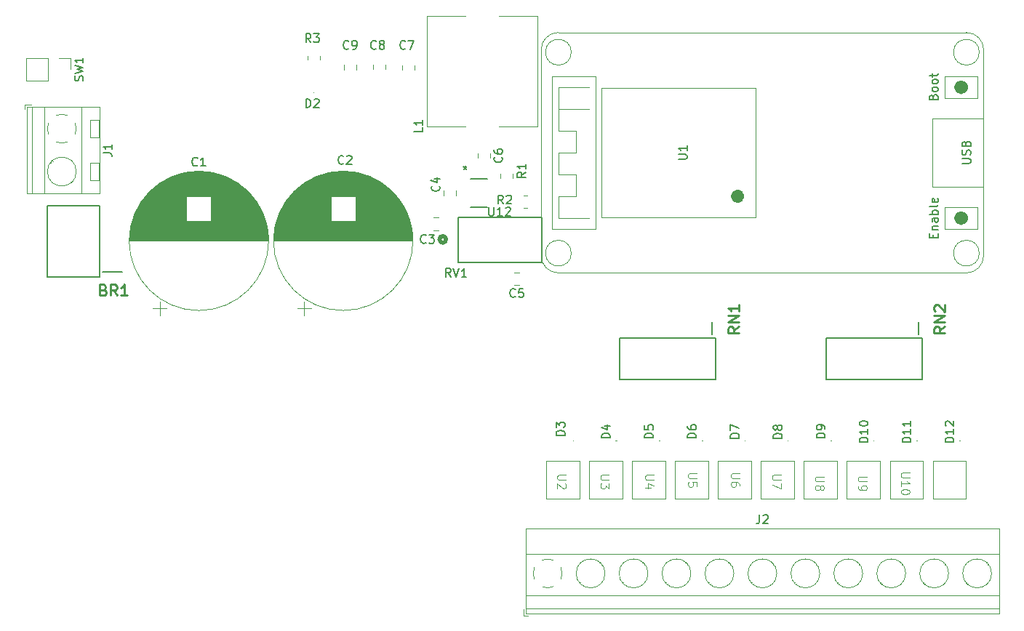
<source format=gbr>
%TF.GenerationSoftware,KiCad,Pcbnew,8.0.6-8.0.6-0~ubuntu24.04.1*%
%TF.CreationDate,2024-10-17T09:08:20-06:00*%
%TF.ProjectId,Sprinkler_Controller_V2,53707269-6e6b-46c6-9572-5f436f6e7472,rev?*%
%TF.SameCoordinates,Original*%
%TF.FileFunction,Legend,Top*%
%TF.FilePolarity,Positive*%
%FSLAX46Y46*%
G04 Gerber Fmt 4.6, Leading zero omitted, Abs format (unit mm)*
G04 Created by KiCad (PCBNEW 8.0.6-8.0.6-0~ubuntu24.04.1) date 2024-10-17 09:08:20*
%MOMM*%
%LPD*%
G01*
G04 APERTURE LIST*
%ADD10C,0.150000*%
%ADD11C,0.100000*%
%ADD12C,0.254000*%
%ADD13C,0.120000*%
%ADD14C,0.800000*%
%ADD15C,1.000000*%
%ADD16C,0.152400*%
%ADD17C,0.508000*%
%ADD18C,0.200000*%
G04 APERTURE END LIST*
D10*
X146359580Y-101366666D02*
X146407200Y-101414285D01*
X146407200Y-101414285D02*
X146454819Y-101557142D01*
X146454819Y-101557142D02*
X146454819Y-101652380D01*
X146454819Y-101652380D02*
X146407200Y-101795237D01*
X146407200Y-101795237D02*
X146311961Y-101890475D01*
X146311961Y-101890475D02*
X146216723Y-101938094D01*
X146216723Y-101938094D02*
X146026247Y-101985713D01*
X146026247Y-101985713D02*
X145883390Y-101985713D01*
X145883390Y-101985713D02*
X145692914Y-101938094D01*
X145692914Y-101938094D02*
X145597676Y-101890475D01*
X145597676Y-101890475D02*
X145502438Y-101795237D01*
X145502438Y-101795237D02*
X145454819Y-101652380D01*
X145454819Y-101652380D02*
X145454819Y-101557142D01*
X145454819Y-101557142D02*
X145502438Y-101414285D01*
X145502438Y-101414285D02*
X145550057Y-101366666D01*
X145788152Y-100509523D02*
X146454819Y-100509523D01*
X145407200Y-100747618D02*
X146121485Y-100985713D01*
X146121485Y-100985713D02*
X146121485Y-100366666D01*
X174214819Y-98261904D02*
X175024342Y-98261904D01*
X175024342Y-98261904D02*
X175119580Y-98214285D01*
X175119580Y-98214285D02*
X175167200Y-98166666D01*
X175167200Y-98166666D02*
X175214819Y-98071428D01*
X175214819Y-98071428D02*
X175214819Y-97880952D01*
X175214819Y-97880952D02*
X175167200Y-97785714D01*
X175167200Y-97785714D02*
X175119580Y-97738095D01*
X175119580Y-97738095D02*
X175024342Y-97690476D01*
X175024342Y-97690476D02*
X174214819Y-97690476D01*
X175214819Y-96690476D02*
X175214819Y-97261904D01*
X175214819Y-96976190D02*
X174214819Y-96976190D01*
X174214819Y-96976190D02*
X174357676Y-97071428D01*
X174357676Y-97071428D02*
X174452914Y-97166666D01*
X174452914Y-97166666D02*
X174500533Y-97261904D01*
X207234819Y-98761904D02*
X208044342Y-98761904D01*
X208044342Y-98761904D02*
X208139580Y-98714285D01*
X208139580Y-98714285D02*
X208187200Y-98666666D01*
X208187200Y-98666666D02*
X208234819Y-98571428D01*
X208234819Y-98571428D02*
X208234819Y-98380952D01*
X208234819Y-98380952D02*
X208187200Y-98285714D01*
X208187200Y-98285714D02*
X208139580Y-98238095D01*
X208139580Y-98238095D02*
X208044342Y-98190476D01*
X208044342Y-98190476D02*
X207234819Y-98190476D01*
X208187200Y-97761904D02*
X208234819Y-97619047D01*
X208234819Y-97619047D02*
X208234819Y-97380952D01*
X208234819Y-97380952D02*
X208187200Y-97285714D01*
X208187200Y-97285714D02*
X208139580Y-97238095D01*
X208139580Y-97238095D02*
X208044342Y-97190476D01*
X208044342Y-97190476D02*
X207949104Y-97190476D01*
X207949104Y-97190476D02*
X207853866Y-97238095D01*
X207853866Y-97238095D02*
X207806247Y-97285714D01*
X207806247Y-97285714D02*
X207758628Y-97380952D01*
X207758628Y-97380952D02*
X207711009Y-97571428D01*
X207711009Y-97571428D02*
X207663390Y-97666666D01*
X207663390Y-97666666D02*
X207615771Y-97714285D01*
X207615771Y-97714285D02*
X207520533Y-97761904D01*
X207520533Y-97761904D02*
X207425295Y-97761904D01*
X207425295Y-97761904D02*
X207330057Y-97714285D01*
X207330057Y-97714285D02*
X207282438Y-97666666D01*
X207282438Y-97666666D02*
X207234819Y-97571428D01*
X207234819Y-97571428D02*
X207234819Y-97333333D01*
X207234819Y-97333333D02*
X207282438Y-97190476D01*
X207711009Y-96428571D02*
X207758628Y-96285714D01*
X207758628Y-96285714D02*
X207806247Y-96238095D01*
X207806247Y-96238095D02*
X207901485Y-96190476D01*
X207901485Y-96190476D02*
X208044342Y-96190476D01*
X208044342Y-96190476D02*
X208139580Y-96238095D01*
X208139580Y-96238095D02*
X208187200Y-96285714D01*
X208187200Y-96285714D02*
X208234819Y-96380952D01*
X208234819Y-96380952D02*
X208234819Y-96761904D01*
X208234819Y-96761904D02*
X207234819Y-96761904D01*
X207234819Y-96761904D02*
X207234819Y-96428571D01*
X207234819Y-96428571D02*
X207282438Y-96333333D01*
X207282438Y-96333333D02*
X207330057Y-96285714D01*
X207330057Y-96285714D02*
X207425295Y-96238095D01*
X207425295Y-96238095D02*
X207520533Y-96238095D01*
X207520533Y-96238095D02*
X207615771Y-96285714D01*
X207615771Y-96285714D02*
X207663390Y-96333333D01*
X207663390Y-96333333D02*
X207711009Y-96428571D01*
X207711009Y-96428571D02*
X207711009Y-96761904D01*
X203901009Y-107381904D02*
X203901009Y-107048571D01*
X204424819Y-106905714D02*
X204424819Y-107381904D01*
X204424819Y-107381904D02*
X203424819Y-107381904D01*
X203424819Y-107381904D02*
X203424819Y-106905714D01*
X203758152Y-106477142D02*
X204424819Y-106477142D01*
X203853390Y-106477142D02*
X203805771Y-106429523D01*
X203805771Y-106429523D02*
X203758152Y-106334285D01*
X203758152Y-106334285D02*
X203758152Y-106191428D01*
X203758152Y-106191428D02*
X203805771Y-106096190D01*
X203805771Y-106096190D02*
X203901009Y-106048571D01*
X203901009Y-106048571D02*
X204424819Y-106048571D01*
X204424819Y-105143809D02*
X203901009Y-105143809D01*
X203901009Y-105143809D02*
X203805771Y-105191428D01*
X203805771Y-105191428D02*
X203758152Y-105286666D01*
X203758152Y-105286666D02*
X203758152Y-105477142D01*
X203758152Y-105477142D02*
X203805771Y-105572380D01*
X204377200Y-105143809D02*
X204424819Y-105239047D01*
X204424819Y-105239047D02*
X204424819Y-105477142D01*
X204424819Y-105477142D02*
X204377200Y-105572380D01*
X204377200Y-105572380D02*
X204281961Y-105619999D01*
X204281961Y-105619999D02*
X204186723Y-105619999D01*
X204186723Y-105619999D02*
X204091485Y-105572380D01*
X204091485Y-105572380D02*
X204043866Y-105477142D01*
X204043866Y-105477142D02*
X204043866Y-105239047D01*
X204043866Y-105239047D02*
X203996247Y-105143809D01*
X204424819Y-104667618D02*
X203424819Y-104667618D01*
X203805771Y-104667618D02*
X203758152Y-104572380D01*
X203758152Y-104572380D02*
X203758152Y-104381904D01*
X203758152Y-104381904D02*
X203805771Y-104286666D01*
X203805771Y-104286666D02*
X203853390Y-104239047D01*
X203853390Y-104239047D02*
X203948628Y-104191428D01*
X203948628Y-104191428D02*
X204234342Y-104191428D01*
X204234342Y-104191428D02*
X204329580Y-104239047D01*
X204329580Y-104239047D02*
X204377200Y-104286666D01*
X204377200Y-104286666D02*
X204424819Y-104381904D01*
X204424819Y-104381904D02*
X204424819Y-104572380D01*
X204424819Y-104572380D02*
X204377200Y-104667618D01*
X204424819Y-103619999D02*
X204377200Y-103715237D01*
X204377200Y-103715237D02*
X204281961Y-103762856D01*
X204281961Y-103762856D02*
X203424819Y-103762856D01*
X204377200Y-102858094D02*
X204424819Y-102953332D01*
X204424819Y-102953332D02*
X204424819Y-103143808D01*
X204424819Y-103143808D02*
X204377200Y-103239046D01*
X204377200Y-103239046D02*
X204281961Y-103286665D01*
X204281961Y-103286665D02*
X203901009Y-103286665D01*
X203901009Y-103286665D02*
X203805771Y-103239046D01*
X203805771Y-103239046D02*
X203758152Y-103143808D01*
X203758152Y-103143808D02*
X203758152Y-102953332D01*
X203758152Y-102953332D02*
X203805771Y-102858094D01*
X203805771Y-102858094D02*
X203901009Y-102810475D01*
X203901009Y-102810475D02*
X203996247Y-102810475D01*
X203996247Y-102810475D02*
X204091485Y-103286665D01*
X203901009Y-90999047D02*
X203948628Y-90856190D01*
X203948628Y-90856190D02*
X203996247Y-90808571D01*
X203996247Y-90808571D02*
X204091485Y-90760952D01*
X204091485Y-90760952D02*
X204234342Y-90760952D01*
X204234342Y-90760952D02*
X204329580Y-90808571D01*
X204329580Y-90808571D02*
X204377200Y-90856190D01*
X204377200Y-90856190D02*
X204424819Y-90951428D01*
X204424819Y-90951428D02*
X204424819Y-91332380D01*
X204424819Y-91332380D02*
X203424819Y-91332380D01*
X203424819Y-91332380D02*
X203424819Y-90999047D01*
X203424819Y-90999047D02*
X203472438Y-90903809D01*
X203472438Y-90903809D02*
X203520057Y-90856190D01*
X203520057Y-90856190D02*
X203615295Y-90808571D01*
X203615295Y-90808571D02*
X203710533Y-90808571D01*
X203710533Y-90808571D02*
X203805771Y-90856190D01*
X203805771Y-90856190D02*
X203853390Y-90903809D01*
X203853390Y-90903809D02*
X203901009Y-90999047D01*
X203901009Y-90999047D02*
X203901009Y-91332380D01*
X204424819Y-90189523D02*
X204377200Y-90284761D01*
X204377200Y-90284761D02*
X204329580Y-90332380D01*
X204329580Y-90332380D02*
X204234342Y-90379999D01*
X204234342Y-90379999D02*
X203948628Y-90379999D01*
X203948628Y-90379999D02*
X203853390Y-90332380D01*
X203853390Y-90332380D02*
X203805771Y-90284761D01*
X203805771Y-90284761D02*
X203758152Y-90189523D01*
X203758152Y-90189523D02*
X203758152Y-90046666D01*
X203758152Y-90046666D02*
X203805771Y-89951428D01*
X203805771Y-89951428D02*
X203853390Y-89903809D01*
X203853390Y-89903809D02*
X203948628Y-89856190D01*
X203948628Y-89856190D02*
X204234342Y-89856190D01*
X204234342Y-89856190D02*
X204329580Y-89903809D01*
X204329580Y-89903809D02*
X204377200Y-89951428D01*
X204377200Y-89951428D02*
X204424819Y-90046666D01*
X204424819Y-90046666D02*
X204424819Y-90189523D01*
X204424819Y-89284761D02*
X204377200Y-89379999D01*
X204377200Y-89379999D02*
X204329580Y-89427618D01*
X204329580Y-89427618D02*
X204234342Y-89475237D01*
X204234342Y-89475237D02*
X203948628Y-89475237D01*
X203948628Y-89475237D02*
X203853390Y-89427618D01*
X203853390Y-89427618D02*
X203805771Y-89379999D01*
X203805771Y-89379999D02*
X203758152Y-89284761D01*
X203758152Y-89284761D02*
X203758152Y-89141904D01*
X203758152Y-89141904D02*
X203805771Y-89046666D01*
X203805771Y-89046666D02*
X203853390Y-88999047D01*
X203853390Y-88999047D02*
X203948628Y-88951428D01*
X203948628Y-88951428D02*
X204234342Y-88951428D01*
X204234342Y-88951428D02*
X204329580Y-88999047D01*
X204329580Y-88999047D02*
X204377200Y-89046666D01*
X204377200Y-89046666D02*
X204424819Y-89141904D01*
X204424819Y-89141904D02*
X204424819Y-89284761D01*
X203758152Y-88665713D02*
X203758152Y-88284761D01*
X203424819Y-88522856D02*
X204281961Y-88522856D01*
X204281961Y-88522856D02*
X204377200Y-88475237D01*
X204377200Y-88475237D02*
X204424819Y-88379999D01*
X204424819Y-88379999D02*
X204424819Y-88284761D01*
X144833333Y-107959580D02*
X144785714Y-108007200D01*
X144785714Y-108007200D02*
X144642857Y-108054819D01*
X144642857Y-108054819D02*
X144547619Y-108054819D01*
X144547619Y-108054819D02*
X144404762Y-108007200D01*
X144404762Y-108007200D02*
X144309524Y-107911961D01*
X144309524Y-107911961D02*
X144261905Y-107816723D01*
X144261905Y-107816723D02*
X144214286Y-107626247D01*
X144214286Y-107626247D02*
X144214286Y-107483390D01*
X144214286Y-107483390D02*
X144261905Y-107292914D01*
X144261905Y-107292914D02*
X144309524Y-107197676D01*
X144309524Y-107197676D02*
X144404762Y-107102438D01*
X144404762Y-107102438D02*
X144547619Y-107054819D01*
X144547619Y-107054819D02*
X144642857Y-107054819D01*
X144642857Y-107054819D02*
X144785714Y-107102438D01*
X144785714Y-107102438D02*
X144833333Y-107150057D01*
X145166667Y-107054819D02*
X145785714Y-107054819D01*
X145785714Y-107054819D02*
X145452381Y-107435771D01*
X145452381Y-107435771D02*
X145595238Y-107435771D01*
X145595238Y-107435771D02*
X145690476Y-107483390D01*
X145690476Y-107483390D02*
X145738095Y-107531009D01*
X145738095Y-107531009D02*
X145785714Y-107626247D01*
X145785714Y-107626247D02*
X145785714Y-107864342D01*
X145785714Y-107864342D02*
X145738095Y-107959580D01*
X145738095Y-107959580D02*
X145690476Y-108007200D01*
X145690476Y-108007200D02*
X145595238Y-108054819D01*
X145595238Y-108054819D02*
X145309524Y-108054819D01*
X145309524Y-108054819D02*
X145214286Y-108007200D01*
X145214286Y-108007200D02*
X145166667Y-107959580D01*
X160994819Y-130410594D02*
X159994819Y-130410594D01*
X159994819Y-130410594D02*
X159994819Y-130172499D01*
X159994819Y-130172499D02*
X160042438Y-130029642D01*
X160042438Y-130029642D02*
X160137676Y-129934404D01*
X160137676Y-129934404D02*
X160232914Y-129886785D01*
X160232914Y-129886785D02*
X160423390Y-129839166D01*
X160423390Y-129839166D02*
X160566247Y-129839166D01*
X160566247Y-129839166D02*
X160756723Y-129886785D01*
X160756723Y-129886785D02*
X160851961Y-129934404D01*
X160851961Y-129934404D02*
X160947200Y-130029642D01*
X160947200Y-130029642D02*
X160994819Y-130172499D01*
X160994819Y-130172499D02*
X160994819Y-130410594D01*
X159994819Y-129505832D02*
X159994819Y-128886785D01*
X159994819Y-128886785D02*
X160375771Y-129220118D01*
X160375771Y-129220118D02*
X160375771Y-129077261D01*
X160375771Y-129077261D02*
X160423390Y-128982023D01*
X160423390Y-128982023D02*
X160471009Y-128934404D01*
X160471009Y-128934404D02*
X160566247Y-128886785D01*
X160566247Y-128886785D02*
X160804342Y-128886785D01*
X160804342Y-128886785D02*
X160899580Y-128934404D01*
X160899580Y-128934404D02*
X160947200Y-128982023D01*
X160947200Y-128982023D02*
X160994819Y-129077261D01*
X160994819Y-129077261D02*
X160994819Y-129362975D01*
X160994819Y-129362975D02*
X160947200Y-129458213D01*
X160947200Y-129458213D02*
X160899580Y-129505832D01*
D11*
X161142580Y-135038095D02*
X160333057Y-135038095D01*
X160333057Y-135038095D02*
X160237819Y-135085714D01*
X160237819Y-135085714D02*
X160190200Y-135133333D01*
X160190200Y-135133333D02*
X160142580Y-135228571D01*
X160142580Y-135228571D02*
X160142580Y-135419047D01*
X160142580Y-135419047D02*
X160190200Y-135514285D01*
X160190200Y-135514285D02*
X160237819Y-135561904D01*
X160237819Y-135561904D02*
X160333057Y-135609523D01*
X160333057Y-135609523D02*
X161142580Y-135609523D01*
X161047342Y-136038095D02*
X161094961Y-136085714D01*
X161094961Y-136085714D02*
X161142580Y-136180952D01*
X161142580Y-136180952D02*
X161142580Y-136419047D01*
X161142580Y-136419047D02*
X161094961Y-136514285D01*
X161094961Y-136514285D02*
X161047342Y-136561904D01*
X161047342Y-136561904D02*
X160952104Y-136609523D01*
X160952104Y-136609523D02*
X160856866Y-136609523D01*
X160856866Y-136609523D02*
X160714009Y-136561904D01*
X160714009Y-136561904D02*
X160142580Y-135990476D01*
X160142580Y-135990476D02*
X160142580Y-136609523D01*
D10*
X191284819Y-130723094D02*
X190284819Y-130723094D01*
X190284819Y-130723094D02*
X190284819Y-130484999D01*
X190284819Y-130484999D02*
X190332438Y-130342142D01*
X190332438Y-130342142D02*
X190427676Y-130246904D01*
X190427676Y-130246904D02*
X190522914Y-130199285D01*
X190522914Y-130199285D02*
X190713390Y-130151666D01*
X190713390Y-130151666D02*
X190856247Y-130151666D01*
X190856247Y-130151666D02*
X191046723Y-130199285D01*
X191046723Y-130199285D02*
X191141961Y-130246904D01*
X191141961Y-130246904D02*
X191237200Y-130342142D01*
X191237200Y-130342142D02*
X191284819Y-130484999D01*
X191284819Y-130484999D02*
X191284819Y-130723094D01*
X191284819Y-129675475D02*
X191284819Y-129484999D01*
X191284819Y-129484999D02*
X191237200Y-129389761D01*
X191237200Y-129389761D02*
X191189580Y-129342142D01*
X191189580Y-129342142D02*
X191046723Y-129246904D01*
X191046723Y-129246904D02*
X190856247Y-129199285D01*
X190856247Y-129199285D02*
X190475295Y-129199285D01*
X190475295Y-129199285D02*
X190380057Y-129246904D01*
X190380057Y-129246904D02*
X190332438Y-129294523D01*
X190332438Y-129294523D02*
X190284819Y-129389761D01*
X190284819Y-129389761D02*
X190284819Y-129580237D01*
X190284819Y-129580237D02*
X190332438Y-129675475D01*
X190332438Y-129675475D02*
X190380057Y-129723094D01*
X190380057Y-129723094D02*
X190475295Y-129770713D01*
X190475295Y-129770713D02*
X190713390Y-129770713D01*
X190713390Y-129770713D02*
X190808628Y-129723094D01*
X190808628Y-129723094D02*
X190856247Y-129675475D01*
X190856247Y-129675475D02*
X190903866Y-129580237D01*
X190903866Y-129580237D02*
X190903866Y-129389761D01*
X190903866Y-129389761D02*
X190856247Y-129294523D01*
X190856247Y-129294523D02*
X190808628Y-129246904D01*
X190808628Y-129246904D02*
X190713390Y-129199285D01*
X155233333Y-114239580D02*
X155185714Y-114287200D01*
X155185714Y-114287200D02*
X155042857Y-114334819D01*
X155042857Y-114334819D02*
X154947619Y-114334819D01*
X154947619Y-114334819D02*
X154804762Y-114287200D01*
X154804762Y-114287200D02*
X154709524Y-114191961D01*
X154709524Y-114191961D02*
X154661905Y-114096723D01*
X154661905Y-114096723D02*
X154614286Y-113906247D01*
X154614286Y-113906247D02*
X154614286Y-113763390D01*
X154614286Y-113763390D02*
X154661905Y-113572914D01*
X154661905Y-113572914D02*
X154709524Y-113477676D01*
X154709524Y-113477676D02*
X154804762Y-113382438D01*
X154804762Y-113382438D02*
X154947619Y-113334819D01*
X154947619Y-113334819D02*
X155042857Y-113334819D01*
X155042857Y-113334819D02*
X155185714Y-113382438D01*
X155185714Y-113382438D02*
X155233333Y-113430057D01*
X156138095Y-113334819D02*
X155661905Y-113334819D01*
X155661905Y-113334819D02*
X155614286Y-113811009D01*
X155614286Y-113811009D02*
X155661905Y-113763390D01*
X155661905Y-113763390D02*
X155757143Y-113715771D01*
X155757143Y-113715771D02*
X155995238Y-113715771D01*
X155995238Y-113715771D02*
X156090476Y-113763390D01*
X156090476Y-113763390D02*
X156138095Y-113811009D01*
X156138095Y-113811009D02*
X156185714Y-113906247D01*
X156185714Y-113906247D02*
X156185714Y-114144342D01*
X156185714Y-114144342D02*
X156138095Y-114239580D01*
X156138095Y-114239580D02*
X156090476Y-114287200D01*
X156090476Y-114287200D02*
X155995238Y-114334819D01*
X155995238Y-114334819D02*
X155757143Y-114334819D01*
X155757143Y-114334819D02*
X155661905Y-114287200D01*
X155661905Y-114287200D02*
X155614286Y-114239580D01*
X104877200Y-89133332D02*
X104924819Y-88990475D01*
X104924819Y-88990475D02*
X104924819Y-88752380D01*
X104924819Y-88752380D02*
X104877200Y-88657142D01*
X104877200Y-88657142D02*
X104829580Y-88609523D01*
X104829580Y-88609523D02*
X104734342Y-88561904D01*
X104734342Y-88561904D02*
X104639104Y-88561904D01*
X104639104Y-88561904D02*
X104543866Y-88609523D01*
X104543866Y-88609523D02*
X104496247Y-88657142D01*
X104496247Y-88657142D02*
X104448628Y-88752380D01*
X104448628Y-88752380D02*
X104401009Y-88942856D01*
X104401009Y-88942856D02*
X104353390Y-89038094D01*
X104353390Y-89038094D02*
X104305771Y-89085713D01*
X104305771Y-89085713D02*
X104210533Y-89133332D01*
X104210533Y-89133332D02*
X104115295Y-89133332D01*
X104115295Y-89133332D02*
X104020057Y-89085713D01*
X104020057Y-89085713D02*
X103972438Y-89038094D01*
X103972438Y-89038094D02*
X103924819Y-88942856D01*
X103924819Y-88942856D02*
X103924819Y-88704761D01*
X103924819Y-88704761D02*
X103972438Y-88561904D01*
X103924819Y-88228570D02*
X104924819Y-87990475D01*
X104924819Y-87990475D02*
X104210533Y-87799999D01*
X104210533Y-87799999D02*
X104924819Y-87609523D01*
X104924819Y-87609523D02*
X103924819Y-87371428D01*
X104924819Y-86466666D02*
X104924819Y-87038094D01*
X104924819Y-86752380D02*
X103924819Y-86752380D01*
X103924819Y-86752380D02*
X104067676Y-86847618D01*
X104067676Y-86847618D02*
X104162914Y-86942856D01*
X104162914Y-86942856D02*
X104210533Y-87038094D01*
X147734761Y-111974819D02*
X147401428Y-111498628D01*
X147163333Y-111974819D02*
X147163333Y-110974819D01*
X147163333Y-110974819D02*
X147544285Y-110974819D01*
X147544285Y-110974819D02*
X147639523Y-111022438D01*
X147639523Y-111022438D02*
X147687142Y-111070057D01*
X147687142Y-111070057D02*
X147734761Y-111165295D01*
X147734761Y-111165295D02*
X147734761Y-111308152D01*
X147734761Y-111308152D02*
X147687142Y-111403390D01*
X147687142Y-111403390D02*
X147639523Y-111451009D01*
X147639523Y-111451009D02*
X147544285Y-111498628D01*
X147544285Y-111498628D02*
X147163333Y-111498628D01*
X148020476Y-110974819D02*
X148353809Y-111974819D01*
X148353809Y-111974819D02*
X148687142Y-110974819D01*
X149544285Y-111974819D02*
X148972857Y-111974819D01*
X149258571Y-111974819D02*
X149258571Y-110974819D01*
X149258571Y-110974819D02*
X149163333Y-111117676D01*
X149163333Y-111117676D02*
X149068095Y-111212914D01*
X149068095Y-111212914D02*
X148972857Y-111260533D01*
X135833333Y-85359580D02*
X135785714Y-85407200D01*
X135785714Y-85407200D02*
X135642857Y-85454819D01*
X135642857Y-85454819D02*
X135547619Y-85454819D01*
X135547619Y-85454819D02*
X135404762Y-85407200D01*
X135404762Y-85407200D02*
X135309524Y-85311961D01*
X135309524Y-85311961D02*
X135261905Y-85216723D01*
X135261905Y-85216723D02*
X135214286Y-85026247D01*
X135214286Y-85026247D02*
X135214286Y-84883390D01*
X135214286Y-84883390D02*
X135261905Y-84692914D01*
X135261905Y-84692914D02*
X135309524Y-84597676D01*
X135309524Y-84597676D02*
X135404762Y-84502438D01*
X135404762Y-84502438D02*
X135547619Y-84454819D01*
X135547619Y-84454819D02*
X135642857Y-84454819D01*
X135642857Y-84454819D02*
X135785714Y-84502438D01*
X135785714Y-84502438D02*
X135833333Y-84550057D01*
X136309524Y-85454819D02*
X136500000Y-85454819D01*
X136500000Y-85454819D02*
X136595238Y-85407200D01*
X136595238Y-85407200D02*
X136642857Y-85359580D01*
X136642857Y-85359580D02*
X136738095Y-85216723D01*
X136738095Y-85216723D02*
X136785714Y-85026247D01*
X136785714Y-85026247D02*
X136785714Y-84645295D01*
X136785714Y-84645295D02*
X136738095Y-84550057D01*
X136738095Y-84550057D02*
X136690476Y-84502438D01*
X136690476Y-84502438D02*
X136595238Y-84454819D01*
X136595238Y-84454819D02*
X136404762Y-84454819D01*
X136404762Y-84454819D02*
X136309524Y-84502438D01*
X136309524Y-84502438D02*
X136261905Y-84550057D01*
X136261905Y-84550057D02*
X136214286Y-84645295D01*
X136214286Y-84645295D02*
X136214286Y-84883390D01*
X136214286Y-84883390D02*
X136261905Y-84978628D01*
X136261905Y-84978628D02*
X136309524Y-85026247D01*
X136309524Y-85026247D02*
X136404762Y-85073866D01*
X136404762Y-85073866D02*
X136595238Y-85073866D01*
X136595238Y-85073866D02*
X136690476Y-85026247D01*
X136690476Y-85026247D02*
X136738095Y-84978628D01*
X136738095Y-84978628D02*
X136785714Y-84883390D01*
X181284819Y-130738094D02*
X180284819Y-130738094D01*
X180284819Y-130738094D02*
X180284819Y-130499999D01*
X180284819Y-130499999D02*
X180332438Y-130357142D01*
X180332438Y-130357142D02*
X180427676Y-130261904D01*
X180427676Y-130261904D02*
X180522914Y-130214285D01*
X180522914Y-130214285D02*
X180713390Y-130166666D01*
X180713390Y-130166666D02*
X180856247Y-130166666D01*
X180856247Y-130166666D02*
X181046723Y-130214285D01*
X181046723Y-130214285D02*
X181141961Y-130261904D01*
X181141961Y-130261904D02*
X181237200Y-130357142D01*
X181237200Y-130357142D02*
X181284819Y-130499999D01*
X181284819Y-130499999D02*
X181284819Y-130738094D01*
X180284819Y-129833332D02*
X180284819Y-129166666D01*
X180284819Y-129166666D02*
X181284819Y-129595237D01*
D12*
X107280952Y-113469080D02*
X107462380Y-113529556D01*
X107462380Y-113529556D02*
X107522857Y-113590032D01*
X107522857Y-113590032D02*
X107583333Y-113710984D01*
X107583333Y-113710984D02*
X107583333Y-113892413D01*
X107583333Y-113892413D02*
X107522857Y-114013365D01*
X107522857Y-114013365D02*
X107462380Y-114073842D01*
X107462380Y-114073842D02*
X107341428Y-114134318D01*
X107341428Y-114134318D02*
X106857618Y-114134318D01*
X106857618Y-114134318D02*
X106857618Y-112864318D01*
X106857618Y-112864318D02*
X107280952Y-112864318D01*
X107280952Y-112864318D02*
X107401904Y-112924794D01*
X107401904Y-112924794D02*
X107462380Y-112985270D01*
X107462380Y-112985270D02*
X107522857Y-113106222D01*
X107522857Y-113106222D02*
X107522857Y-113227175D01*
X107522857Y-113227175D02*
X107462380Y-113348127D01*
X107462380Y-113348127D02*
X107401904Y-113408603D01*
X107401904Y-113408603D02*
X107280952Y-113469080D01*
X107280952Y-113469080D02*
X106857618Y-113469080D01*
X108853333Y-114134318D02*
X108429999Y-113529556D01*
X108127618Y-114134318D02*
X108127618Y-112864318D01*
X108127618Y-112864318D02*
X108611428Y-112864318D01*
X108611428Y-112864318D02*
X108732380Y-112924794D01*
X108732380Y-112924794D02*
X108792857Y-112985270D01*
X108792857Y-112985270D02*
X108853333Y-113106222D01*
X108853333Y-113106222D02*
X108853333Y-113287651D01*
X108853333Y-113287651D02*
X108792857Y-113408603D01*
X108792857Y-113408603D02*
X108732380Y-113469080D01*
X108732380Y-113469080D02*
X108611428Y-113529556D01*
X108611428Y-113529556D02*
X108127618Y-113529556D01*
X110062857Y-114134318D02*
X109337142Y-114134318D01*
X109699999Y-114134318D02*
X109699999Y-112864318D01*
X109699999Y-112864318D02*
X109579047Y-113045746D01*
X109579047Y-113045746D02*
X109458095Y-113166699D01*
X109458095Y-113166699D02*
X109337142Y-113227175D01*
D10*
X139033333Y-85359580D02*
X138985714Y-85407200D01*
X138985714Y-85407200D02*
X138842857Y-85454819D01*
X138842857Y-85454819D02*
X138747619Y-85454819D01*
X138747619Y-85454819D02*
X138604762Y-85407200D01*
X138604762Y-85407200D02*
X138509524Y-85311961D01*
X138509524Y-85311961D02*
X138461905Y-85216723D01*
X138461905Y-85216723D02*
X138414286Y-85026247D01*
X138414286Y-85026247D02*
X138414286Y-84883390D01*
X138414286Y-84883390D02*
X138461905Y-84692914D01*
X138461905Y-84692914D02*
X138509524Y-84597676D01*
X138509524Y-84597676D02*
X138604762Y-84502438D01*
X138604762Y-84502438D02*
X138747619Y-84454819D01*
X138747619Y-84454819D02*
X138842857Y-84454819D01*
X138842857Y-84454819D02*
X138985714Y-84502438D01*
X138985714Y-84502438D02*
X139033333Y-84550057D01*
X139604762Y-84883390D02*
X139509524Y-84835771D01*
X139509524Y-84835771D02*
X139461905Y-84788152D01*
X139461905Y-84788152D02*
X139414286Y-84692914D01*
X139414286Y-84692914D02*
X139414286Y-84645295D01*
X139414286Y-84645295D02*
X139461905Y-84550057D01*
X139461905Y-84550057D02*
X139509524Y-84502438D01*
X139509524Y-84502438D02*
X139604762Y-84454819D01*
X139604762Y-84454819D02*
X139795238Y-84454819D01*
X139795238Y-84454819D02*
X139890476Y-84502438D01*
X139890476Y-84502438D02*
X139938095Y-84550057D01*
X139938095Y-84550057D02*
X139985714Y-84645295D01*
X139985714Y-84645295D02*
X139985714Y-84692914D01*
X139985714Y-84692914D02*
X139938095Y-84788152D01*
X139938095Y-84788152D02*
X139890476Y-84835771D01*
X139890476Y-84835771D02*
X139795238Y-84883390D01*
X139795238Y-84883390D02*
X139604762Y-84883390D01*
X139604762Y-84883390D02*
X139509524Y-84931009D01*
X139509524Y-84931009D02*
X139461905Y-84978628D01*
X139461905Y-84978628D02*
X139414286Y-85073866D01*
X139414286Y-85073866D02*
X139414286Y-85264342D01*
X139414286Y-85264342D02*
X139461905Y-85359580D01*
X139461905Y-85359580D02*
X139509524Y-85407200D01*
X139509524Y-85407200D02*
X139604762Y-85454819D01*
X139604762Y-85454819D02*
X139795238Y-85454819D01*
X139795238Y-85454819D02*
X139890476Y-85407200D01*
X139890476Y-85407200D02*
X139938095Y-85359580D01*
X139938095Y-85359580D02*
X139985714Y-85264342D01*
X139985714Y-85264342D02*
X139985714Y-85073866D01*
X139985714Y-85073866D02*
X139938095Y-84978628D01*
X139938095Y-84978628D02*
X139890476Y-84931009D01*
X139890476Y-84931009D02*
X139795238Y-84883390D01*
X183666666Y-139694819D02*
X183666666Y-140409104D01*
X183666666Y-140409104D02*
X183619047Y-140551961D01*
X183619047Y-140551961D02*
X183523809Y-140647200D01*
X183523809Y-140647200D02*
X183380952Y-140694819D01*
X183380952Y-140694819D02*
X183285714Y-140694819D01*
X184095238Y-139790057D02*
X184142857Y-139742438D01*
X184142857Y-139742438D02*
X184238095Y-139694819D01*
X184238095Y-139694819D02*
X184476190Y-139694819D01*
X184476190Y-139694819D02*
X184571428Y-139742438D01*
X184571428Y-139742438D02*
X184619047Y-139790057D01*
X184619047Y-139790057D02*
X184666666Y-139885295D01*
X184666666Y-139885295D02*
X184666666Y-139980533D01*
X184666666Y-139980533D02*
X184619047Y-140123390D01*
X184619047Y-140123390D02*
X184047619Y-140694819D01*
X184047619Y-140694819D02*
X184666666Y-140694819D01*
D11*
X201142580Y-134761905D02*
X200333057Y-134761905D01*
X200333057Y-134761905D02*
X200237819Y-134809524D01*
X200237819Y-134809524D02*
X200190200Y-134857143D01*
X200190200Y-134857143D02*
X200142580Y-134952381D01*
X200142580Y-134952381D02*
X200142580Y-135142857D01*
X200142580Y-135142857D02*
X200190200Y-135238095D01*
X200190200Y-135238095D02*
X200237819Y-135285714D01*
X200237819Y-135285714D02*
X200333057Y-135333333D01*
X200333057Y-135333333D02*
X201142580Y-135333333D01*
X200142580Y-136333333D02*
X200142580Y-135761905D01*
X200142580Y-136047619D02*
X201142580Y-136047619D01*
X201142580Y-136047619D02*
X200999723Y-135952381D01*
X200999723Y-135952381D02*
X200904485Y-135857143D01*
X200904485Y-135857143D02*
X200856866Y-135761905D01*
X201142580Y-136952381D02*
X201142580Y-137047619D01*
X201142580Y-137047619D02*
X201094961Y-137142857D01*
X201094961Y-137142857D02*
X201047342Y-137190476D01*
X201047342Y-137190476D02*
X200952104Y-137238095D01*
X200952104Y-137238095D02*
X200761628Y-137285714D01*
X200761628Y-137285714D02*
X200523533Y-137285714D01*
X200523533Y-137285714D02*
X200333057Y-137238095D01*
X200333057Y-137238095D02*
X200237819Y-137190476D01*
X200237819Y-137190476D02*
X200190200Y-137142857D01*
X200190200Y-137142857D02*
X200142580Y-137047619D01*
X200142580Y-137047619D02*
X200142580Y-136952381D01*
X200142580Y-136952381D02*
X200190200Y-136857143D01*
X200190200Y-136857143D02*
X200237819Y-136809524D01*
X200237819Y-136809524D02*
X200333057Y-136761905D01*
X200333057Y-136761905D02*
X200523533Y-136714286D01*
X200523533Y-136714286D02*
X200761628Y-136714286D01*
X200761628Y-136714286D02*
X200952104Y-136761905D01*
X200952104Y-136761905D02*
X201047342Y-136809524D01*
X201047342Y-136809524D02*
X201094961Y-136857143D01*
X201094961Y-136857143D02*
X201142580Y-136952381D01*
D10*
X166284819Y-130723094D02*
X165284819Y-130723094D01*
X165284819Y-130723094D02*
X165284819Y-130484999D01*
X165284819Y-130484999D02*
X165332438Y-130342142D01*
X165332438Y-130342142D02*
X165427676Y-130246904D01*
X165427676Y-130246904D02*
X165522914Y-130199285D01*
X165522914Y-130199285D02*
X165713390Y-130151666D01*
X165713390Y-130151666D02*
X165856247Y-130151666D01*
X165856247Y-130151666D02*
X166046723Y-130199285D01*
X166046723Y-130199285D02*
X166141961Y-130246904D01*
X166141961Y-130246904D02*
X166237200Y-130342142D01*
X166237200Y-130342142D02*
X166284819Y-130484999D01*
X166284819Y-130484999D02*
X166284819Y-130723094D01*
X165618152Y-129294523D02*
X166284819Y-129294523D01*
X165237200Y-129532618D02*
X165951485Y-129770713D01*
X165951485Y-129770713D02*
X165951485Y-129151666D01*
X186284819Y-130753094D02*
X185284819Y-130753094D01*
X185284819Y-130753094D02*
X185284819Y-130514999D01*
X185284819Y-130514999D02*
X185332438Y-130372142D01*
X185332438Y-130372142D02*
X185427676Y-130276904D01*
X185427676Y-130276904D02*
X185522914Y-130229285D01*
X185522914Y-130229285D02*
X185713390Y-130181666D01*
X185713390Y-130181666D02*
X185856247Y-130181666D01*
X185856247Y-130181666D02*
X186046723Y-130229285D01*
X186046723Y-130229285D02*
X186141961Y-130276904D01*
X186141961Y-130276904D02*
X186237200Y-130372142D01*
X186237200Y-130372142D02*
X186284819Y-130514999D01*
X186284819Y-130514999D02*
X186284819Y-130753094D01*
X185713390Y-129610237D02*
X185665771Y-129705475D01*
X185665771Y-129705475D02*
X185618152Y-129753094D01*
X185618152Y-129753094D02*
X185522914Y-129800713D01*
X185522914Y-129800713D02*
X185475295Y-129800713D01*
X185475295Y-129800713D02*
X185380057Y-129753094D01*
X185380057Y-129753094D02*
X185332438Y-129705475D01*
X185332438Y-129705475D02*
X185284819Y-129610237D01*
X185284819Y-129610237D02*
X185284819Y-129419761D01*
X185284819Y-129419761D02*
X185332438Y-129324523D01*
X185332438Y-129324523D02*
X185380057Y-129276904D01*
X185380057Y-129276904D02*
X185475295Y-129229285D01*
X185475295Y-129229285D02*
X185522914Y-129229285D01*
X185522914Y-129229285D02*
X185618152Y-129276904D01*
X185618152Y-129276904D02*
X185665771Y-129324523D01*
X185665771Y-129324523D02*
X185713390Y-129419761D01*
X185713390Y-129419761D02*
X185713390Y-129610237D01*
X185713390Y-129610237D02*
X185761009Y-129705475D01*
X185761009Y-129705475D02*
X185808628Y-129753094D01*
X185808628Y-129753094D02*
X185903866Y-129800713D01*
X185903866Y-129800713D02*
X186094342Y-129800713D01*
X186094342Y-129800713D02*
X186189580Y-129753094D01*
X186189580Y-129753094D02*
X186237200Y-129705475D01*
X186237200Y-129705475D02*
X186284819Y-129610237D01*
X186284819Y-129610237D02*
X186284819Y-129419761D01*
X186284819Y-129419761D02*
X186237200Y-129324523D01*
X186237200Y-129324523D02*
X186189580Y-129276904D01*
X186189580Y-129276904D02*
X186094342Y-129229285D01*
X186094342Y-129229285D02*
X185903866Y-129229285D01*
X185903866Y-129229285D02*
X185808628Y-129276904D01*
X185808628Y-129276904D02*
X185761009Y-129324523D01*
X185761009Y-129324523D02*
X185713390Y-129419761D01*
X176284819Y-130723094D02*
X175284819Y-130723094D01*
X175284819Y-130723094D02*
X175284819Y-130484999D01*
X175284819Y-130484999D02*
X175332438Y-130342142D01*
X175332438Y-130342142D02*
X175427676Y-130246904D01*
X175427676Y-130246904D02*
X175522914Y-130199285D01*
X175522914Y-130199285D02*
X175713390Y-130151666D01*
X175713390Y-130151666D02*
X175856247Y-130151666D01*
X175856247Y-130151666D02*
X176046723Y-130199285D01*
X176046723Y-130199285D02*
X176141961Y-130246904D01*
X176141961Y-130246904D02*
X176237200Y-130342142D01*
X176237200Y-130342142D02*
X176284819Y-130484999D01*
X176284819Y-130484999D02*
X176284819Y-130723094D01*
X175284819Y-129294523D02*
X175284819Y-129484999D01*
X175284819Y-129484999D02*
X175332438Y-129580237D01*
X175332438Y-129580237D02*
X175380057Y-129627856D01*
X175380057Y-129627856D02*
X175522914Y-129723094D01*
X175522914Y-129723094D02*
X175713390Y-129770713D01*
X175713390Y-129770713D02*
X176094342Y-129770713D01*
X176094342Y-129770713D02*
X176189580Y-129723094D01*
X176189580Y-129723094D02*
X176237200Y-129675475D01*
X176237200Y-129675475D02*
X176284819Y-129580237D01*
X176284819Y-129580237D02*
X176284819Y-129389761D01*
X176284819Y-129389761D02*
X176237200Y-129294523D01*
X176237200Y-129294523D02*
X176189580Y-129246904D01*
X176189580Y-129246904D02*
X176094342Y-129199285D01*
X176094342Y-129199285D02*
X175856247Y-129199285D01*
X175856247Y-129199285D02*
X175761009Y-129246904D01*
X175761009Y-129246904D02*
X175713390Y-129294523D01*
X175713390Y-129294523D02*
X175665771Y-129389761D01*
X175665771Y-129389761D02*
X175665771Y-129580237D01*
X175665771Y-129580237D02*
X175713390Y-129675475D01*
X175713390Y-129675475D02*
X175761009Y-129723094D01*
X175761009Y-129723094D02*
X175856247Y-129770713D01*
X206284819Y-131229285D02*
X205284819Y-131229285D01*
X205284819Y-131229285D02*
X205284819Y-130991190D01*
X205284819Y-130991190D02*
X205332438Y-130848333D01*
X205332438Y-130848333D02*
X205427676Y-130753095D01*
X205427676Y-130753095D02*
X205522914Y-130705476D01*
X205522914Y-130705476D02*
X205713390Y-130657857D01*
X205713390Y-130657857D02*
X205856247Y-130657857D01*
X205856247Y-130657857D02*
X206046723Y-130705476D01*
X206046723Y-130705476D02*
X206141961Y-130753095D01*
X206141961Y-130753095D02*
X206237200Y-130848333D01*
X206237200Y-130848333D02*
X206284819Y-130991190D01*
X206284819Y-130991190D02*
X206284819Y-131229285D01*
X206284819Y-129705476D02*
X206284819Y-130276904D01*
X206284819Y-129991190D02*
X205284819Y-129991190D01*
X205284819Y-129991190D02*
X205427676Y-130086428D01*
X205427676Y-130086428D02*
X205522914Y-130181666D01*
X205522914Y-130181666D02*
X205570533Y-130276904D01*
X205380057Y-129324523D02*
X205332438Y-129276904D01*
X205332438Y-129276904D02*
X205284819Y-129181666D01*
X205284819Y-129181666D02*
X205284819Y-128943571D01*
X205284819Y-128943571D02*
X205332438Y-128848333D01*
X205332438Y-128848333D02*
X205380057Y-128800714D01*
X205380057Y-128800714D02*
X205475295Y-128753095D01*
X205475295Y-128753095D02*
X205570533Y-128753095D01*
X205570533Y-128753095D02*
X205713390Y-128800714D01*
X205713390Y-128800714D02*
X206284819Y-129372142D01*
X206284819Y-129372142D02*
X206284819Y-128753095D01*
D12*
X205264318Y-117756904D02*
X204659556Y-118180238D01*
X205264318Y-118482619D02*
X203994318Y-118482619D01*
X203994318Y-118482619D02*
X203994318Y-117998809D01*
X203994318Y-117998809D02*
X204054794Y-117877857D01*
X204054794Y-117877857D02*
X204115270Y-117817380D01*
X204115270Y-117817380D02*
X204236222Y-117756904D01*
X204236222Y-117756904D02*
X204417651Y-117756904D01*
X204417651Y-117756904D02*
X204538603Y-117817380D01*
X204538603Y-117817380D02*
X204599080Y-117877857D01*
X204599080Y-117877857D02*
X204659556Y-117998809D01*
X204659556Y-117998809D02*
X204659556Y-118482619D01*
X205264318Y-117212619D02*
X203994318Y-117212619D01*
X203994318Y-117212619D02*
X205264318Y-116486904D01*
X205264318Y-116486904D02*
X203994318Y-116486904D01*
X204115270Y-115942619D02*
X204054794Y-115882143D01*
X204054794Y-115882143D02*
X203994318Y-115761190D01*
X203994318Y-115761190D02*
X203994318Y-115458809D01*
X203994318Y-115458809D02*
X204054794Y-115337857D01*
X204054794Y-115337857D02*
X204115270Y-115277381D01*
X204115270Y-115277381D02*
X204236222Y-115216904D01*
X204236222Y-115216904D02*
X204357175Y-115216904D01*
X204357175Y-115216904D02*
X204538603Y-115277381D01*
X204538603Y-115277381D02*
X205264318Y-116003095D01*
X205264318Y-116003095D02*
X205264318Y-115216904D01*
D10*
X201284819Y-131229285D02*
X200284819Y-131229285D01*
X200284819Y-131229285D02*
X200284819Y-130991190D01*
X200284819Y-130991190D02*
X200332438Y-130848333D01*
X200332438Y-130848333D02*
X200427676Y-130753095D01*
X200427676Y-130753095D02*
X200522914Y-130705476D01*
X200522914Y-130705476D02*
X200713390Y-130657857D01*
X200713390Y-130657857D02*
X200856247Y-130657857D01*
X200856247Y-130657857D02*
X201046723Y-130705476D01*
X201046723Y-130705476D02*
X201141961Y-130753095D01*
X201141961Y-130753095D02*
X201237200Y-130848333D01*
X201237200Y-130848333D02*
X201284819Y-130991190D01*
X201284819Y-130991190D02*
X201284819Y-131229285D01*
X201284819Y-129705476D02*
X201284819Y-130276904D01*
X201284819Y-129991190D02*
X200284819Y-129991190D01*
X200284819Y-129991190D02*
X200427676Y-130086428D01*
X200427676Y-130086428D02*
X200522914Y-130181666D01*
X200522914Y-130181666D02*
X200570533Y-130276904D01*
X201284819Y-128753095D02*
X201284819Y-129324523D01*
X201284819Y-129038809D02*
X200284819Y-129038809D01*
X200284819Y-129038809D02*
X200427676Y-129134047D01*
X200427676Y-129134047D02*
X200522914Y-129229285D01*
X200522914Y-129229285D02*
X200570533Y-129324523D01*
D12*
X181264318Y-117756904D02*
X180659556Y-118180238D01*
X181264318Y-118482619D02*
X179994318Y-118482619D01*
X179994318Y-118482619D02*
X179994318Y-117998809D01*
X179994318Y-117998809D02*
X180054794Y-117877857D01*
X180054794Y-117877857D02*
X180115270Y-117817380D01*
X180115270Y-117817380D02*
X180236222Y-117756904D01*
X180236222Y-117756904D02*
X180417651Y-117756904D01*
X180417651Y-117756904D02*
X180538603Y-117817380D01*
X180538603Y-117817380D02*
X180599080Y-117877857D01*
X180599080Y-117877857D02*
X180659556Y-117998809D01*
X180659556Y-117998809D02*
X180659556Y-118482619D01*
X181264318Y-117212619D02*
X179994318Y-117212619D01*
X179994318Y-117212619D02*
X181264318Y-116486904D01*
X181264318Y-116486904D02*
X179994318Y-116486904D01*
X181264318Y-115216904D02*
X181264318Y-115942619D01*
X181264318Y-115579762D02*
X179994318Y-115579762D01*
X179994318Y-115579762D02*
X180175746Y-115700714D01*
X180175746Y-115700714D02*
X180296699Y-115821666D01*
X180296699Y-115821666D02*
X180357175Y-115942619D01*
D10*
X131433333Y-84654819D02*
X131100000Y-84178628D01*
X130861905Y-84654819D02*
X130861905Y-83654819D01*
X130861905Y-83654819D02*
X131242857Y-83654819D01*
X131242857Y-83654819D02*
X131338095Y-83702438D01*
X131338095Y-83702438D02*
X131385714Y-83750057D01*
X131385714Y-83750057D02*
X131433333Y-83845295D01*
X131433333Y-83845295D02*
X131433333Y-83988152D01*
X131433333Y-83988152D02*
X131385714Y-84083390D01*
X131385714Y-84083390D02*
X131338095Y-84131009D01*
X131338095Y-84131009D02*
X131242857Y-84178628D01*
X131242857Y-84178628D02*
X130861905Y-84178628D01*
X131766667Y-83654819D02*
X132385714Y-83654819D01*
X132385714Y-83654819D02*
X132052381Y-84035771D01*
X132052381Y-84035771D02*
X132195238Y-84035771D01*
X132195238Y-84035771D02*
X132290476Y-84083390D01*
X132290476Y-84083390D02*
X132338095Y-84131009D01*
X132338095Y-84131009D02*
X132385714Y-84226247D01*
X132385714Y-84226247D02*
X132385714Y-84464342D01*
X132385714Y-84464342D02*
X132338095Y-84559580D01*
X132338095Y-84559580D02*
X132290476Y-84607200D01*
X132290476Y-84607200D02*
X132195238Y-84654819D01*
X132195238Y-84654819D02*
X131909524Y-84654819D01*
X131909524Y-84654819D02*
X131814286Y-84607200D01*
X131814286Y-84607200D02*
X131766667Y-84559580D01*
X196284819Y-131229285D02*
X195284819Y-131229285D01*
X195284819Y-131229285D02*
X195284819Y-130991190D01*
X195284819Y-130991190D02*
X195332438Y-130848333D01*
X195332438Y-130848333D02*
X195427676Y-130753095D01*
X195427676Y-130753095D02*
X195522914Y-130705476D01*
X195522914Y-130705476D02*
X195713390Y-130657857D01*
X195713390Y-130657857D02*
X195856247Y-130657857D01*
X195856247Y-130657857D02*
X196046723Y-130705476D01*
X196046723Y-130705476D02*
X196141961Y-130753095D01*
X196141961Y-130753095D02*
X196237200Y-130848333D01*
X196237200Y-130848333D02*
X196284819Y-130991190D01*
X196284819Y-130991190D02*
X196284819Y-131229285D01*
X196284819Y-129705476D02*
X196284819Y-130276904D01*
X196284819Y-129991190D02*
X195284819Y-129991190D01*
X195284819Y-129991190D02*
X195427676Y-130086428D01*
X195427676Y-130086428D02*
X195522914Y-130181666D01*
X195522914Y-130181666D02*
X195570533Y-130276904D01*
X195284819Y-129086428D02*
X195284819Y-128991190D01*
X195284819Y-128991190D02*
X195332438Y-128895952D01*
X195332438Y-128895952D02*
X195380057Y-128848333D01*
X195380057Y-128848333D02*
X195475295Y-128800714D01*
X195475295Y-128800714D02*
X195665771Y-128753095D01*
X195665771Y-128753095D02*
X195903866Y-128753095D01*
X195903866Y-128753095D02*
X196094342Y-128800714D01*
X196094342Y-128800714D02*
X196189580Y-128848333D01*
X196189580Y-128848333D02*
X196237200Y-128895952D01*
X196237200Y-128895952D02*
X196284819Y-128991190D01*
X196284819Y-128991190D02*
X196284819Y-129086428D01*
X196284819Y-129086428D02*
X196237200Y-129181666D01*
X196237200Y-129181666D02*
X196189580Y-129229285D01*
X196189580Y-129229285D02*
X196094342Y-129276904D01*
X196094342Y-129276904D02*
X195903866Y-129324523D01*
X195903866Y-129324523D02*
X195665771Y-129324523D01*
X195665771Y-129324523D02*
X195475295Y-129276904D01*
X195475295Y-129276904D02*
X195380057Y-129229285D01*
X195380057Y-129229285D02*
X195332438Y-129181666D01*
X195332438Y-129181666D02*
X195284819Y-129086428D01*
X153639580Y-98016666D02*
X153687200Y-98064285D01*
X153687200Y-98064285D02*
X153734819Y-98207142D01*
X153734819Y-98207142D02*
X153734819Y-98302380D01*
X153734819Y-98302380D02*
X153687200Y-98445237D01*
X153687200Y-98445237D02*
X153591961Y-98540475D01*
X153591961Y-98540475D02*
X153496723Y-98588094D01*
X153496723Y-98588094D02*
X153306247Y-98635713D01*
X153306247Y-98635713D02*
X153163390Y-98635713D01*
X153163390Y-98635713D02*
X152972914Y-98588094D01*
X152972914Y-98588094D02*
X152877676Y-98540475D01*
X152877676Y-98540475D02*
X152782438Y-98445237D01*
X152782438Y-98445237D02*
X152734819Y-98302380D01*
X152734819Y-98302380D02*
X152734819Y-98207142D01*
X152734819Y-98207142D02*
X152782438Y-98064285D01*
X152782438Y-98064285D02*
X152830057Y-98016666D01*
X152734819Y-97159523D02*
X152734819Y-97349999D01*
X152734819Y-97349999D02*
X152782438Y-97445237D01*
X152782438Y-97445237D02*
X152830057Y-97492856D01*
X152830057Y-97492856D02*
X152972914Y-97588094D01*
X152972914Y-97588094D02*
X153163390Y-97635713D01*
X153163390Y-97635713D02*
X153544342Y-97635713D01*
X153544342Y-97635713D02*
X153639580Y-97588094D01*
X153639580Y-97588094D02*
X153687200Y-97540475D01*
X153687200Y-97540475D02*
X153734819Y-97445237D01*
X153734819Y-97445237D02*
X153734819Y-97254761D01*
X153734819Y-97254761D02*
X153687200Y-97159523D01*
X153687200Y-97159523D02*
X153639580Y-97111904D01*
X153639580Y-97111904D02*
X153544342Y-97064285D01*
X153544342Y-97064285D02*
X153306247Y-97064285D01*
X153306247Y-97064285D02*
X153211009Y-97111904D01*
X153211009Y-97111904D02*
X153163390Y-97159523D01*
X153163390Y-97159523D02*
X153115771Y-97254761D01*
X153115771Y-97254761D02*
X153115771Y-97445237D01*
X153115771Y-97445237D02*
X153163390Y-97540475D01*
X153163390Y-97540475D02*
X153211009Y-97588094D01*
X153211009Y-97588094D02*
X153306247Y-97635713D01*
X142433333Y-85359580D02*
X142385714Y-85407200D01*
X142385714Y-85407200D02*
X142242857Y-85454819D01*
X142242857Y-85454819D02*
X142147619Y-85454819D01*
X142147619Y-85454819D02*
X142004762Y-85407200D01*
X142004762Y-85407200D02*
X141909524Y-85311961D01*
X141909524Y-85311961D02*
X141861905Y-85216723D01*
X141861905Y-85216723D02*
X141814286Y-85026247D01*
X141814286Y-85026247D02*
X141814286Y-84883390D01*
X141814286Y-84883390D02*
X141861905Y-84692914D01*
X141861905Y-84692914D02*
X141909524Y-84597676D01*
X141909524Y-84597676D02*
X142004762Y-84502438D01*
X142004762Y-84502438D02*
X142147619Y-84454819D01*
X142147619Y-84454819D02*
X142242857Y-84454819D01*
X142242857Y-84454819D02*
X142385714Y-84502438D01*
X142385714Y-84502438D02*
X142433333Y-84550057D01*
X142766667Y-84454819D02*
X143433333Y-84454819D01*
X143433333Y-84454819D02*
X143004762Y-85454819D01*
D11*
X186142580Y-135038095D02*
X185333057Y-135038095D01*
X185333057Y-135038095D02*
X185237819Y-135085714D01*
X185237819Y-135085714D02*
X185190200Y-135133333D01*
X185190200Y-135133333D02*
X185142580Y-135228571D01*
X185142580Y-135228571D02*
X185142580Y-135419047D01*
X185142580Y-135419047D02*
X185190200Y-135514285D01*
X185190200Y-135514285D02*
X185237819Y-135561904D01*
X185237819Y-135561904D02*
X185333057Y-135609523D01*
X185333057Y-135609523D02*
X186142580Y-135609523D01*
X186142580Y-135990476D02*
X186142580Y-136657142D01*
X186142580Y-136657142D02*
X185142580Y-136228571D01*
X171342580Y-135038095D02*
X170533057Y-135038095D01*
X170533057Y-135038095D02*
X170437819Y-135085714D01*
X170437819Y-135085714D02*
X170390200Y-135133333D01*
X170390200Y-135133333D02*
X170342580Y-135228571D01*
X170342580Y-135228571D02*
X170342580Y-135419047D01*
X170342580Y-135419047D02*
X170390200Y-135514285D01*
X170390200Y-135514285D02*
X170437819Y-135561904D01*
X170437819Y-135561904D02*
X170533057Y-135609523D01*
X170533057Y-135609523D02*
X171342580Y-135609523D01*
X171009247Y-136514285D02*
X170342580Y-136514285D01*
X171390200Y-136276190D02*
X170675914Y-136038095D01*
X170675914Y-136038095D02*
X170675914Y-136657142D01*
D10*
X144454819Y-94566666D02*
X144454819Y-95042856D01*
X144454819Y-95042856D02*
X143454819Y-95042856D01*
X144454819Y-93709523D02*
X144454819Y-94280951D01*
X144454819Y-93995237D02*
X143454819Y-93995237D01*
X143454819Y-93995237D02*
X143597676Y-94090475D01*
X143597676Y-94090475D02*
X143692914Y-94185713D01*
X143692914Y-94185713D02*
X143740533Y-94280951D01*
D11*
X196142580Y-135238095D02*
X195333057Y-135238095D01*
X195333057Y-135238095D02*
X195237819Y-135285714D01*
X195237819Y-135285714D02*
X195190200Y-135333333D01*
X195190200Y-135333333D02*
X195142580Y-135428571D01*
X195142580Y-135428571D02*
X195142580Y-135619047D01*
X195142580Y-135619047D02*
X195190200Y-135714285D01*
X195190200Y-135714285D02*
X195237819Y-135761904D01*
X195237819Y-135761904D02*
X195333057Y-135809523D01*
X195333057Y-135809523D02*
X196142580Y-135809523D01*
X195142580Y-136333333D02*
X195142580Y-136523809D01*
X195142580Y-136523809D02*
X195190200Y-136619047D01*
X195190200Y-136619047D02*
X195237819Y-136666666D01*
X195237819Y-136666666D02*
X195380676Y-136761904D01*
X195380676Y-136761904D02*
X195571152Y-136809523D01*
X195571152Y-136809523D02*
X195952104Y-136809523D01*
X195952104Y-136809523D02*
X196047342Y-136761904D01*
X196047342Y-136761904D02*
X196094961Y-136714285D01*
X196094961Y-136714285D02*
X196142580Y-136619047D01*
X196142580Y-136619047D02*
X196142580Y-136428571D01*
X196142580Y-136428571D02*
X196094961Y-136333333D01*
X196094961Y-136333333D02*
X196047342Y-136285714D01*
X196047342Y-136285714D02*
X195952104Y-136238095D01*
X195952104Y-136238095D02*
X195714009Y-136238095D01*
X195714009Y-136238095D02*
X195618771Y-136285714D01*
X195618771Y-136285714D02*
X195571152Y-136333333D01*
X195571152Y-136333333D02*
X195523533Y-136428571D01*
X195523533Y-136428571D02*
X195523533Y-136619047D01*
X195523533Y-136619047D02*
X195571152Y-136714285D01*
X195571152Y-136714285D02*
X195618771Y-136761904D01*
X195618771Y-136761904D02*
X195714009Y-136809523D01*
X181342580Y-134838095D02*
X180533057Y-134838095D01*
X180533057Y-134838095D02*
X180437819Y-134885714D01*
X180437819Y-134885714D02*
X180390200Y-134933333D01*
X180390200Y-134933333D02*
X180342580Y-135028571D01*
X180342580Y-135028571D02*
X180342580Y-135219047D01*
X180342580Y-135219047D02*
X180390200Y-135314285D01*
X180390200Y-135314285D02*
X180437819Y-135361904D01*
X180437819Y-135361904D02*
X180533057Y-135409523D01*
X180533057Y-135409523D02*
X181342580Y-135409523D01*
X181342580Y-136314285D02*
X181342580Y-136123809D01*
X181342580Y-136123809D02*
X181294961Y-136028571D01*
X181294961Y-136028571D02*
X181247342Y-135980952D01*
X181247342Y-135980952D02*
X181104485Y-135885714D01*
X181104485Y-135885714D02*
X180914009Y-135838095D01*
X180914009Y-135838095D02*
X180533057Y-135838095D01*
X180533057Y-135838095D02*
X180437819Y-135885714D01*
X180437819Y-135885714D02*
X180390200Y-135933333D01*
X180390200Y-135933333D02*
X180342580Y-136028571D01*
X180342580Y-136028571D02*
X180342580Y-136219047D01*
X180342580Y-136219047D02*
X180390200Y-136314285D01*
X180390200Y-136314285D02*
X180437819Y-136361904D01*
X180437819Y-136361904D02*
X180533057Y-136409523D01*
X180533057Y-136409523D02*
X180771152Y-136409523D01*
X180771152Y-136409523D02*
X180866390Y-136361904D01*
X180866390Y-136361904D02*
X180914009Y-136314285D01*
X180914009Y-136314285D02*
X180961628Y-136219047D01*
X180961628Y-136219047D02*
X180961628Y-136028571D01*
X180961628Y-136028571D02*
X180914009Y-135933333D01*
X180914009Y-135933333D02*
X180866390Y-135885714D01*
X180866390Y-135885714D02*
X180771152Y-135838095D01*
D10*
X130861905Y-92254819D02*
X130861905Y-91254819D01*
X130861905Y-91254819D02*
X131100000Y-91254819D01*
X131100000Y-91254819D02*
X131242857Y-91302438D01*
X131242857Y-91302438D02*
X131338095Y-91397676D01*
X131338095Y-91397676D02*
X131385714Y-91492914D01*
X131385714Y-91492914D02*
X131433333Y-91683390D01*
X131433333Y-91683390D02*
X131433333Y-91826247D01*
X131433333Y-91826247D02*
X131385714Y-92016723D01*
X131385714Y-92016723D02*
X131338095Y-92111961D01*
X131338095Y-92111961D02*
X131242857Y-92207200D01*
X131242857Y-92207200D02*
X131100000Y-92254819D01*
X131100000Y-92254819D02*
X130861905Y-92254819D01*
X131814286Y-91350057D02*
X131861905Y-91302438D01*
X131861905Y-91302438D02*
X131957143Y-91254819D01*
X131957143Y-91254819D02*
X132195238Y-91254819D01*
X132195238Y-91254819D02*
X132290476Y-91302438D01*
X132290476Y-91302438D02*
X132338095Y-91350057D01*
X132338095Y-91350057D02*
X132385714Y-91445295D01*
X132385714Y-91445295D02*
X132385714Y-91540533D01*
X132385714Y-91540533D02*
X132338095Y-91683390D01*
X132338095Y-91683390D02*
X131766667Y-92254819D01*
X131766667Y-92254819D02*
X132385714Y-92254819D01*
D11*
X176342580Y-134838095D02*
X175533057Y-134838095D01*
X175533057Y-134838095D02*
X175437819Y-134885714D01*
X175437819Y-134885714D02*
X175390200Y-134933333D01*
X175390200Y-134933333D02*
X175342580Y-135028571D01*
X175342580Y-135028571D02*
X175342580Y-135219047D01*
X175342580Y-135219047D02*
X175390200Y-135314285D01*
X175390200Y-135314285D02*
X175437819Y-135361904D01*
X175437819Y-135361904D02*
X175533057Y-135409523D01*
X175533057Y-135409523D02*
X176342580Y-135409523D01*
X176342580Y-136361904D02*
X176342580Y-135885714D01*
X176342580Y-135885714D02*
X175866390Y-135838095D01*
X175866390Y-135838095D02*
X175914009Y-135885714D01*
X175914009Y-135885714D02*
X175961628Y-135980952D01*
X175961628Y-135980952D02*
X175961628Y-136219047D01*
X175961628Y-136219047D02*
X175914009Y-136314285D01*
X175914009Y-136314285D02*
X175866390Y-136361904D01*
X175866390Y-136361904D02*
X175771152Y-136409523D01*
X175771152Y-136409523D02*
X175533057Y-136409523D01*
X175533057Y-136409523D02*
X175437819Y-136361904D01*
X175437819Y-136361904D02*
X175390200Y-136314285D01*
X175390200Y-136314285D02*
X175342580Y-136219047D01*
X175342580Y-136219047D02*
X175342580Y-135980952D01*
X175342580Y-135980952D02*
X175390200Y-135885714D01*
X175390200Y-135885714D02*
X175437819Y-135838095D01*
D10*
X152161905Y-103854819D02*
X152161905Y-104664342D01*
X152161905Y-104664342D02*
X152209524Y-104759580D01*
X152209524Y-104759580D02*
X152257143Y-104807200D01*
X152257143Y-104807200D02*
X152352381Y-104854819D01*
X152352381Y-104854819D02*
X152542857Y-104854819D01*
X152542857Y-104854819D02*
X152638095Y-104807200D01*
X152638095Y-104807200D02*
X152685714Y-104759580D01*
X152685714Y-104759580D02*
X152733333Y-104664342D01*
X152733333Y-104664342D02*
X152733333Y-103854819D01*
X153733333Y-104854819D02*
X153161905Y-104854819D01*
X153447619Y-104854819D02*
X153447619Y-103854819D01*
X153447619Y-103854819D02*
X153352381Y-103997676D01*
X153352381Y-103997676D02*
X153257143Y-104092914D01*
X153257143Y-104092914D02*
X153161905Y-104140533D01*
X154114286Y-103950057D02*
X154161905Y-103902438D01*
X154161905Y-103902438D02*
X154257143Y-103854819D01*
X154257143Y-103854819D02*
X154495238Y-103854819D01*
X154495238Y-103854819D02*
X154590476Y-103902438D01*
X154590476Y-103902438D02*
X154638095Y-103950057D01*
X154638095Y-103950057D02*
X154685714Y-104045295D01*
X154685714Y-104045295D02*
X154685714Y-104140533D01*
X154685714Y-104140533D02*
X154638095Y-104283390D01*
X154638095Y-104283390D02*
X154066667Y-104854819D01*
X154066667Y-104854819D02*
X154685714Y-104854819D01*
X149393450Y-99003019D02*
X149393450Y-99241114D01*
X149155355Y-99145876D02*
X149393450Y-99241114D01*
X149393450Y-99241114D02*
X149631545Y-99145876D01*
X149250593Y-99431590D02*
X149393450Y-99241114D01*
X149393450Y-99241114D02*
X149536307Y-99431590D01*
X149393450Y-99003019D02*
X149393450Y-99241114D01*
X149155355Y-99145876D02*
X149393450Y-99241114D01*
X149393450Y-99241114D02*
X149631545Y-99145876D01*
X149250593Y-99431590D02*
X149393450Y-99241114D01*
X149393450Y-99241114D02*
X149536307Y-99431590D01*
X153833333Y-103454819D02*
X153500000Y-102978628D01*
X153261905Y-103454819D02*
X153261905Y-102454819D01*
X153261905Y-102454819D02*
X153642857Y-102454819D01*
X153642857Y-102454819D02*
X153738095Y-102502438D01*
X153738095Y-102502438D02*
X153785714Y-102550057D01*
X153785714Y-102550057D02*
X153833333Y-102645295D01*
X153833333Y-102645295D02*
X153833333Y-102788152D01*
X153833333Y-102788152D02*
X153785714Y-102883390D01*
X153785714Y-102883390D02*
X153738095Y-102931009D01*
X153738095Y-102931009D02*
X153642857Y-102978628D01*
X153642857Y-102978628D02*
X153261905Y-102978628D01*
X154214286Y-102550057D02*
X154261905Y-102502438D01*
X154261905Y-102502438D02*
X154357143Y-102454819D01*
X154357143Y-102454819D02*
X154595238Y-102454819D01*
X154595238Y-102454819D02*
X154690476Y-102502438D01*
X154690476Y-102502438D02*
X154738095Y-102550057D01*
X154738095Y-102550057D02*
X154785714Y-102645295D01*
X154785714Y-102645295D02*
X154785714Y-102740533D01*
X154785714Y-102740533D02*
X154738095Y-102883390D01*
X154738095Y-102883390D02*
X154166667Y-103454819D01*
X154166667Y-103454819D02*
X154785714Y-103454819D01*
D11*
X191142580Y-135238095D02*
X190333057Y-135238095D01*
X190333057Y-135238095D02*
X190237819Y-135285714D01*
X190237819Y-135285714D02*
X190190200Y-135333333D01*
X190190200Y-135333333D02*
X190142580Y-135428571D01*
X190142580Y-135428571D02*
X190142580Y-135619047D01*
X190142580Y-135619047D02*
X190190200Y-135714285D01*
X190190200Y-135714285D02*
X190237819Y-135761904D01*
X190237819Y-135761904D02*
X190333057Y-135809523D01*
X190333057Y-135809523D02*
X191142580Y-135809523D01*
X190714009Y-136428571D02*
X190761628Y-136333333D01*
X190761628Y-136333333D02*
X190809247Y-136285714D01*
X190809247Y-136285714D02*
X190904485Y-136238095D01*
X190904485Y-136238095D02*
X190952104Y-136238095D01*
X190952104Y-136238095D02*
X191047342Y-136285714D01*
X191047342Y-136285714D02*
X191094961Y-136333333D01*
X191094961Y-136333333D02*
X191142580Y-136428571D01*
X191142580Y-136428571D02*
X191142580Y-136619047D01*
X191142580Y-136619047D02*
X191094961Y-136714285D01*
X191094961Y-136714285D02*
X191047342Y-136761904D01*
X191047342Y-136761904D02*
X190952104Y-136809523D01*
X190952104Y-136809523D02*
X190904485Y-136809523D01*
X190904485Y-136809523D02*
X190809247Y-136761904D01*
X190809247Y-136761904D02*
X190761628Y-136714285D01*
X190761628Y-136714285D02*
X190714009Y-136619047D01*
X190714009Y-136619047D02*
X190714009Y-136428571D01*
X190714009Y-136428571D02*
X190666390Y-136333333D01*
X190666390Y-136333333D02*
X190618771Y-136285714D01*
X190618771Y-136285714D02*
X190523533Y-136238095D01*
X190523533Y-136238095D02*
X190333057Y-136238095D01*
X190333057Y-136238095D02*
X190237819Y-136285714D01*
X190237819Y-136285714D02*
X190190200Y-136333333D01*
X190190200Y-136333333D02*
X190142580Y-136428571D01*
X190142580Y-136428571D02*
X190142580Y-136619047D01*
X190142580Y-136619047D02*
X190190200Y-136714285D01*
X190190200Y-136714285D02*
X190237819Y-136761904D01*
X190237819Y-136761904D02*
X190333057Y-136809523D01*
X190333057Y-136809523D02*
X190523533Y-136809523D01*
X190523533Y-136809523D02*
X190618771Y-136761904D01*
X190618771Y-136761904D02*
X190666390Y-136714285D01*
X190666390Y-136714285D02*
X190714009Y-136619047D01*
D10*
X118233333Y-98959580D02*
X118185714Y-99007200D01*
X118185714Y-99007200D02*
X118042857Y-99054819D01*
X118042857Y-99054819D02*
X117947619Y-99054819D01*
X117947619Y-99054819D02*
X117804762Y-99007200D01*
X117804762Y-99007200D02*
X117709524Y-98911961D01*
X117709524Y-98911961D02*
X117661905Y-98816723D01*
X117661905Y-98816723D02*
X117614286Y-98626247D01*
X117614286Y-98626247D02*
X117614286Y-98483390D01*
X117614286Y-98483390D02*
X117661905Y-98292914D01*
X117661905Y-98292914D02*
X117709524Y-98197676D01*
X117709524Y-98197676D02*
X117804762Y-98102438D01*
X117804762Y-98102438D02*
X117947619Y-98054819D01*
X117947619Y-98054819D02*
X118042857Y-98054819D01*
X118042857Y-98054819D02*
X118185714Y-98102438D01*
X118185714Y-98102438D02*
X118233333Y-98150057D01*
X119185714Y-99054819D02*
X118614286Y-99054819D01*
X118900000Y-99054819D02*
X118900000Y-98054819D01*
X118900000Y-98054819D02*
X118804762Y-98197676D01*
X118804762Y-98197676D02*
X118709524Y-98292914D01*
X118709524Y-98292914D02*
X118614286Y-98340533D01*
X156454819Y-99766666D02*
X155978628Y-100099999D01*
X156454819Y-100338094D02*
X155454819Y-100338094D01*
X155454819Y-100338094D02*
X155454819Y-99957142D01*
X155454819Y-99957142D02*
X155502438Y-99861904D01*
X155502438Y-99861904D02*
X155550057Y-99814285D01*
X155550057Y-99814285D02*
X155645295Y-99766666D01*
X155645295Y-99766666D02*
X155788152Y-99766666D01*
X155788152Y-99766666D02*
X155883390Y-99814285D01*
X155883390Y-99814285D02*
X155931009Y-99861904D01*
X155931009Y-99861904D02*
X155978628Y-99957142D01*
X155978628Y-99957142D02*
X155978628Y-100338094D01*
X156454819Y-98814285D02*
X156454819Y-99385713D01*
X156454819Y-99099999D02*
X155454819Y-99099999D01*
X155454819Y-99099999D02*
X155597676Y-99195237D01*
X155597676Y-99195237D02*
X155692914Y-99290475D01*
X155692914Y-99290475D02*
X155740533Y-99385713D01*
X171284819Y-130723094D02*
X170284819Y-130723094D01*
X170284819Y-130723094D02*
X170284819Y-130484999D01*
X170284819Y-130484999D02*
X170332438Y-130342142D01*
X170332438Y-130342142D02*
X170427676Y-130246904D01*
X170427676Y-130246904D02*
X170522914Y-130199285D01*
X170522914Y-130199285D02*
X170713390Y-130151666D01*
X170713390Y-130151666D02*
X170856247Y-130151666D01*
X170856247Y-130151666D02*
X171046723Y-130199285D01*
X171046723Y-130199285D02*
X171141961Y-130246904D01*
X171141961Y-130246904D02*
X171237200Y-130342142D01*
X171237200Y-130342142D02*
X171284819Y-130484999D01*
X171284819Y-130484999D02*
X171284819Y-130723094D01*
X170284819Y-129246904D02*
X170284819Y-129723094D01*
X170284819Y-129723094D02*
X170761009Y-129770713D01*
X170761009Y-129770713D02*
X170713390Y-129723094D01*
X170713390Y-129723094D02*
X170665771Y-129627856D01*
X170665771Y-129627856D02*
X170665771Y-129389761D01*
X170665771Y-129389761D02*
X170713390Y-129294523D01*
X170713390Y-129294523D02*
X170761009Y-129246904D01*
X170761009Y-129246904D02*
X170856247Y-129199285D01*
X170856247Y-129199285D02*
X171094342Y-129199285D01*
X171094342Y-129199285D02*
X171189580Y-129246904D01*
X171189580Y-129246904D02*
X171237200Y-129294523D01*
X171237200Y-129294523D02*
X171284819Y-129389761D01*
X171284819Y-129389761D02*
X171284819Y-129627856D01*
X171284819Y-129627856D02*
X171237200Y-129723094D01*
X171237200Y-129723094D02*
X171189580Y-129770713D01*
D11*
X166142580Y-135038095D02*
X165333057Y-135038095D01*
X165333057Y-135038095D02*
X165237819Y-135085714D01*
X165237819Y-135085714D02*
X165190200Y-135133333D01*
X165190200Y-135133333D02*
X165142580Y-135228571D01*
X165142580Y-135228571D02*
X165142580Y-135419047D01*
X165142580Y-135419047D02*
X165190200Y-135514285D01*
X165190200Y-135514285D02*
X165237819Y-135561904D01*
X165237819Y-135561904D02*
X165333057Y-135609523D01*
X165333057Y-135609523D02*
X166142580Y-135609523D01*
X166142580Y-135990476D02*
X166142580Y-136609523D01*
X166142580Y-136609523D02*
X165761628Y-136276190D01*
X165761628Y-136276190D02*
X165761628Y-136419047D01*
X165761628Y-136419047D02*
X165714009Y-136514285D01*
X165714009Y-136514285D02*
X165666390Y-136561904D01*
X165666390Y-136561904D02*
X165571152Y-136609523D01*
X165571152Y-136609523D02*
X165333057Y-136609523D01*
X165333057Y-136609523D02*
X165237819Y-136561904D01*
X165237819Y-136561904D02*
X165190200Y-136514285D01*
X165190200Y-136514285D02*
X165142580Y-136419047D01*
X165142580Y-136419047D02*
X165142580Y-136133333D01*
X165142580Y-136133333D02*
X165190200Y-136038095D01*
X165190200Y-136038095D02*
X165237819Y-135990476D01*
D10*
X135233333Y-98759580D02*
X135185714Y-98807200D01*
X135185714Y-98807200D02*
X135042857Y-98854819D01*
X135042857Y-98854819D02*
X134947619Y-98854819D01*
X134947619Y-98854819D02*
X134804762Y-98807200D01*
X134804762Y-98807200D02*
X134709524Y-98711961D01*
X134709524Y-98711961D02*
X134661905Y-98616723D01*
X134661905Y-98616723D02*
X134614286Y-98426247D01*
X134614286Y-98426247D02*
X134614286Y-98283390D01*
X134614286Y-98283390D02*
X134661905Y-98092914D01*
X134661905Y-98092914D02*
X134709524Y-97997676D01*
X134709524Y-97997676D02*
X134804762Y-97902438D01*
X134804762Y-97902438D02*
X134947619Y-97854819D01*
X134947619Y-97854819D02*
X135042857Y-97854819D01*
X135042857Y-97854819D02*
X135185714Y-97902438D01*
X135185714Y-97902438D02*
X135233333Y-97950057D01*
X135614286Y-97950057D02*
X135661905Y-97902438D01*
X135661905Y-97902438D02*
X135757143Y-97854819D01*
X135757143Y-97854819D02*
X135995238Y-97854819D01*
X135995238Y-97854819D02*
X136090476Y-97902438D01*
X136090476Y-97902438D02*
X136138095Y-97950057D01*
X136138095Y-97950057D02*
X136185714Y-98045295D01*
X136185714Y-98045295D02*
X136185714Y-98140533D01*
X136185714Y-98140533D02*
X136138095Y-98283390D01*
X136138095Y-98283390D02*
X135566667Y-98854819D01*
X135566667Y-98854819D02*
X136185714Y-98854819D01*
X107259819Y-97533333D02*
X107974104Y-97533333D01*
X107974104Y-97533333D02*
X108116961Y-97580952D01*
X108116961Y-97580952D02*
X108212200Y-97676190D01*
X108212200Y-97676190D02*
X108259819Y-97819047D01*
X108259819Y-97819047D02*
X108259819Y-97914285D01*
X108259819Y-96533333D02*
X108259819Y-97104761D01*
X108259819Y-96819047D02*
X107259819Y-96819047D01*
X107259819Y-96819047D02*
X107402676Y-96914285D01*
X107402676Y-96914285D02*
X107497914Y-97009523D01*
X107497914Y-97009523D02*
X107545533Y-97104761D01*
D13*
%TO.C,C4*%
X146865000Y-102461252D02*
X146865000Y-101938748D01*
X148335000Y-102461252D02*
X148335000Y-101938748D01*
%TO.C,U1*%
X158250000Y-109500000D02*
X158250000Y-85500000D01*
X159520000Y-88610000D02*
X164600000Y-88610000D01*
X159520000Y-106390000D02*
X159520000Y-88610000D01*
X160250000Y-111500000D02*
X207750000Y-111500000D01*
X160282000Y-89880000D02*
X163838000Y-89880000D01*
X160282000Y-92420000D02*
X163838000Y-92420000D01*
X160282000Y-94960000D02*
X160282000Y-89880000D01*
X160282000Y-97500000D02*
X162314000Y-97500000D01*
X160282000Y-100040000D02*
X160282000Y-97500000D01*
X160282000Y-102580000D02*
X162314000Y-102580000D01*
X160282000Y-105120000D02*
X160282000Y-102580000D01*
X162314000Y-94960000D02*
X160282000Y-94960000D01*
X162314000Y-97500000D02*
X162314000Y-94960000D01*
X162314000Y-100040000D02*
X160282000Y-100040000D01*
X162314000Y-102580000D02*
X162314000Y-100040000D01*
X163838000Y-105120000D02*
X160282000Y-105120000D01*
X164600000Y-88610000D02*
X164600000Y-106390000D01*
X164600000Y-106390000D02*
X159520000Y-106390000D01*
X165250000Y-90000000D02*
X183250000Y-90000000D01*
X165250000Y-105000000D02*
X165250000Y-90000000D01*
X183250000Y-90000000D02*
X183250000Y-105000000D01*
X183250000Y-105000000D02*
X165250000Y-105000000D01*
X203750000Y-93500000D02*
X209750000Y-93500000D01*
X203750000Y-101500000D02*
X203750000Y-93500000D01*
X203750000Y-101500000D02*
X209750000Y-101500000D01*
X205240000Y-88610000D02*
X209050000Y-88610000D01*
X205240000Y-91150000D02*
X205240000Y-88610000D01*
X205240000Y-103850000D02*
X209050000Y-103850000D01*
X205240000Y-106390000D02*
X205240000Y-103850000D01*
X207750000Y-83500000D02*
X160250000Y-83500000D01*
X209050000Y-88610000D02*
X209050000Y-91150000D01*
X209050000Y-91150000D02*
X205240000Y-91150000D01*
X209050000Y-103850000D02*
X209050000Y-106390000D01*
X209050000Y-106390000D02*
X205240000Y-106390000D01*
X209750000Y-109500000D02*
X209750000Y-85500000D01*
X158250000Y-85500000D02*
G75*
G02*
X160250000Y-83500000I2000000J0D01*
G01*
X160250000Y-111500000D02*
G75*
G02*
X158250000Y-109500000I-1J1999999D01*
G01*
X207750000Y-83500000D02*
G75*
G02*
X209750000Y-85500000I0J-2000000D01*
G01*
X209750000Y-109500000D02*
G75*
G02*
X207750000Y-111500000I-1999999J-1D01*
G01*
X161750000Y-85800000D02*
G75*
G02*
X158750000Y-85800000I-1500000J0D01*
G01*
X158750000Y-85800000D02*
G75*
G02*
X161750000Y-85800000I1500000J0D01*
G01*
X161750000Y-109200000D02*
G75*
G02*
X158750000Y-109200000I-1500000J0D01*
G01*
X158750000Y-109200000D02*
G75*
G02*
X161750000Y-109200000I1500000J0D01*
G01*
D14*
X181510000Y-102580000D02*
G75*
G02*
X180710000Y-102580000I-400000J0D01*
G01*
X180710000Y-102580000D02*
G75*
G02*
X181510000Y-102580000I400000J0D01*
G01*
D15*
X207445000Y-89880000D02*
G75*
G02*
X206845000Y-89880000I-300000J0D01*
G01*
X206845000Y-89880000D02*
G75*
G02*
X207445000Y-89880000I300000J0D01*
G01*
X207445000Y-105120000D02*
G75*
G02*
X206845000Y-105120000I-300000J0D01*
G01*
X206845000Y-105120000D02*
G75*
G02*
X207445000Y-105120000I300000J0D01*
G01*
D13*
X209250000Y-85800000D02*
G75*
G02*
X206250000Y-85800000I-1500000J0D01*
G01*
X206250000Y-85800000D02*
G75*
G02*
X209250000Y-85800000I1500000J0D01*
G01*
X209250000Y-109200000D02*
G75*
G02*
X206250000Y-109200000I-1500000J0D01*
G01*
X206250000Y-109200000D02*
G75*
G02*
X209250000Y-109200000I1500000J0D01*
G01*
%TO.C,C3*%
X146261252Y-105065000D02*
X145738748Y-105065000D01*
X146261252Y-106535000D02*
X145738748Y-106535000D01*
D11*
%TO.C,D3*%
X162050000Y-131090000D02*
G75*
G02*
X161950000Y-131090000I-50000J0D01*
G01*
X161950000Y-131090000D02*
G75*
G02*
X162050000Y-131090000I50000J0D01*
G01*
%TO.C,U2*%
X158840000Y-133430000D02*
X158840000Y-137830000D01*
X162690000Y-133440000D02*
X162690000Y-137840000D01*
X162690000Y-137840000D02*
X158840000Y-137840000D01*
X162695000Y-133420000D02*
X158845000Y-133420000D01*
%TO.C,D9*%
X192050000Y-131075000D02*
G75*
G02*
X191950000Y-131075000I-50000J0D01*
G01*
X191950000Y-131075000D02*
G75*
G02*
X192050000Y-131075000I50000J0D01*
G01*
%TO.C,U11*%
X203840000Y-133430000D02*
X203840000Y-137830000D01*
X207690000Y-133440000D02*
X207690000Y-137840000D01*
X207690000Y-137840000D02*
X203840000Y-137840000D01*
X207695000Y-133420000D02*
X203845000Y-133420000D01*
D13*
%TO.C,C5*%
X155661252Y-111465000D02*
X155138748Y-111465000D01*
X155661252Y-112935000D02*
X155138748Y-112935000D01*
%TO.C,SW1*%
X98270000Y-86470000D02*
X98270000Y-89130000D01*
X100870000Y-86470000D02*
X98270000Y-86470000D01*
X100870000Y-86470000D02*
X100870000Y-89130000D01*
X100870000Y-89130000D02*
X98270000Y-89130000D01*
X102140000Y-86470000D02*
X103470000Y-86470000D01*
X103470000Y-86470000D02*
X103470000Y-87800000D01*
D16*
%TO.C,RV1*%
X148570500Y-105060000D02*
X148570500Y-110267000D01*
X148570500Y-110267000D02*
X158349500Y-110267000D01*
X158349500Y-105060000D02*
X148570500Y-105060000D01*
X158349500Y-110267000D02*
X158349500Y-105060000D01*
D17*
X147173500Y-107600000D02*
G75*
G02*
X146411500Y-107600000I-381000J0D01*
G01*
X146411500Y-107600000D02*
G75*
G02*
X147173500Y-107600000I381000J0D01*
G01*
D13*
%TO.C,C9*%
X135265000Y-87288748D02*
X135265000Y-87811252D01*
X136735000Y-87288748D02*
X136735000Y-87811252D01*
D11*
%TO.C,D7*%
X182050000Y-131090000D02*
G75*
G02*
X181950000Y-131090000I-50000J0D01*
G01*
X181950000Y-131090000D02*
G75*
G02*
X182050000Y-131090000I50000J0D01*
G01*
D18*
%TO.C,BR1*%
X100775000Y-103640000D02*
X106825000Y-103640000D01*
X100775000Y-111960000D02*
X100775000Y-103640000D01*
X106825000Y-103640000D02*
X106825000Y-111960000D01*
X106825000Y-111960000D02*
X100775000Y-111960000D01*
X109475000Y-111375000D02*
X107175000Y-111375000D01*
D13*
%TO.C,C8*%
X138665000Y-87238748D02*
X138665000Y-87761252D01*
X140135000Y-87238748D02*
X140135000Y-87761252D01*
%TO.C,J2*%
X156200000Y-150660000D02*
X156200000Y-151400000D01*
X156200000Y-151400000D02*
X156700000Y-151400000D01*
X156440000Y-141239000D02*
X156440000Y-151160000D01*
X156440000Y-141239000D02*
X211560000Y-141239000D01*
X156440000Y-144199000D02*
X211560000Y-144199000D01*
X156440000Y-149100000D02*
X211560000Y-149100000D01*
X156440000Y-150600000D02*
X211560000Y-150600000D01*
X156440000Y-151160000D02*
X211560000Y-151160000D01*
X162773000Y-147523000D02*
X162726000Y-147569000D01*
X162966000Y-147739000D02*
X162931000Y-147774000D01*
X165070000Y-145225000D02*
X165035000Y-145261000D01*
X165275000Y-145431000D02*
X165228000Y-145477000D01*
X167773000Y-147523000D02*
X167726000Y-147569000D01*
X167966000Y-147739000D02*
X167931000Y-147774000D01*
X170070000Y-145225000D02*
X170035000Y-145261000D01*
X170275000Y-145431000D02*
X170228000Y-145477000D01*
X172773000Y-147523000D02*
X172726000Y-147569000D01*
X172966000Y-147739000D02*
X172931000Y-147774000D01*
X175070000Y-145225000D02*
X175035000Y-145261000D01*
X175275000Y-145431000D02*
X175228000Y-145477000D01*
X177773000Y-147523000D02*
X177726000Y-147569000D01*
X177966000Y-147739000D02*
X177931000Y-147774000D01*
X180070000Y-145225000D02*
X180035000Y-145261000D01*
X180275000Y-145431000D02*
X180228000Y-145477000D01*
X182773000Y-147523000D02*
X182726000Y-147569000D01*
X182966000Y-147739000D02*
X182931000Y-147774000D01*
X185070000Y-145225000D02*
X185035000Y-145261000D01*
X185275000Y-145431000D02*
X185228000Y-145477000D01*
X187773000Y-147523000D02*
X187726000Y-147569000D01*
X187966000Y-147739000D02*
X187931000Y-147774000D01*
X190070000Y-145225000D02*
X190035000Y-145261000D01*
X190275000Y-145431000D02*
X190228000Y-145477000D01*
X192773000Y-147523000D02*
X192726000Y-147569000D01*
X192966000Y-147739000D02*
X192931000Y-147774000D01*
X195070000Y-145225000D02*
X195035000Y-145261000D01*
X195275000Y-145431000D02*
X195228000Y-145477000D01*
X197773000Y-147523000D02*
X197726000Y-147569000D01*
X197966000Y-147739000D02*
X197931000Y-147774000D01*
X200070000Y-145225000D02*
X200035000Y-145261000D01*
X200275000Y-145431000D02*
X200228000Y-145477000D01*
X202773000Y-147523000D02*
X202726000Y-147569000D01*
X202966000Y-147739000D02*
X202931000Y-147774000D01*
X205070000Y-145225000D02*
X205035000Y-145261000D01*
X205275000Y-145431000D02*
X205228000Y-145477000D01*
X207773000Y-147523000D02*
X207726000Y-147569000D01*
X207966000Y-147739000D02*
X207931000Y-147774000D01*
X210070000Y-145225000D02*
X210035000Y-145261000D01*
X210275000Y-145431000D02*
X210228000Y-145477000D01*
X211560000Y-141239000D02*
X211560000Y-151160000D01*
X157464573Y-147183042D02*
G75*
G02*
X157465000Y-145816000I1535420J683041D01*
G01*
X158316958Y-144964573D02*
G75*
G02*
X159684000Y-144965000I683041J-1535420D01*
G01*
X159028805Y-148180253D02*
G75*
G02*
X158316000Y-148035000I-28806J1680254D01*
G01*
X159683318Y-148034756D02*
G75*
G02*
X159000000Y-148180000I-683318J1534756D01*
G01*
X160535427Y-145816958D02*
G75*
G02*
X160535000Y-147184000I-1535427J-683042D01*
G01*
X165680000Y-146500000D02*
G75*
G02*
X162320000Y-146500000I-1680000J0D01*
G01*
X162320000Y-146500000D02*
G75*
G02*
X165680000Y-146500000I1680000J0D01*
G01*
X170680000Y-146500000D02*
G75*
G02*
X167320000Y-146500000I-1680000J0D01*
G01*
X167320000Y-146500000D02*
G75*
G02*
X170680000Y-146500000I1680000J0D01*
G01*
X175680000Y-146500000D02*
G75*
G02*
X172320000Y-146500000I-1680000J0D01*
G01*
X172320000Y-146500000D02*
G75*
G02*
X175680000Y-146500000I1680000J0D01*
G01*
X180680000Y-146500000D02*
G75*
G02*
X177320000Y-146500000I-1680000J0D01*
G01*
X177320000Y-146500000D02*
G75*
G02*
X180680000Y-146500000I1680000J0D01*
G01*
X185680000Y-146500000D02*
G75*
G02*
X182320000Y-146500000I-1680000J0D01*
G01*
X182320000Y-146500000D02*
G75*
G02*
X185680000Y-146500000I1680000J0D01*
G01*
X190680000Y-146500000D02*
G75*
G02*
X187320000Y-146500000I-1680000J0D01*
G01*
X187320000Y-146500000D02*
G75*
G02*
X190680000Y-146500000I1680000J0D01*
G01*
X195680000Y-146500000D02*
G75*
G02*
X192320000Y-146500000I-1680000J0D01*
G01*
X192320000Y-146500000D02*
G75*
G02*
X195680000Y-146500000I1680000J0D01*
G01*
X200680000Y-146500000D02*
G75*
G02*
X197320000Y-146500000I-1680000J0D01*
G01*
X197320000Y-146500000D02*
G75*
G02*
X200680000Y-146500000I1680000J0D01*
G01*
X205680000Y-146500000D02*
G75*
G02*
X202320000Y-146500000I-1680000J0D01*
G01*
X202320000Y-146500000D02*
G75*
G02*
X205680000Y-146500000I1680000J0D01*
G01*
X210680000Y-146500000D02*
G75*
G02*
X207320000Y-146500000I-1680000J0D01*
G01*
X207320000Y-146500000D02*
G75*
G02*
X210680000Y-146500000I1680000J0D01*
G01*
D11*
%TO.C,U10*%
X198840000Y-133430000D02*
X198840000Y-137830000D01*
X202690000Y-133440000D02*
X202690000Y-137840000D01*
X202690000Y-137840000D02*
X198840000Y-137840000D01*
X202695000Y-133420000D02*
X198845000Y-133420000D01*
%TO.C,D4*%
X167050000Y-131075000D02*
G75*
G02*
X166950000Y-131075000I-50000J0D01*
G01*
X166950000Y-131075000D02*
G75*
G02*
X167050000Y-131075000I50000J0D01*
G01*
%TO.C,D8*%
X187050000Y-131105000D02*
G75*
G02*
X186950000Y-131105000I-50000J0D01*
G01*
X186950000Y-131105000D02*
G75*
G02*
X187050000Y-131105000I50000J0D01*
G01*
%TO.C,D6*%
X177050000Y-131075000D02*
G75*
G02*
X176950000Y-131075000I-50000J0D01*
G01*
X176950000Y-131075000D02*
G75*
G02*
X177050000Y-131075000I50000J0D01*
G01*
%TO.C,D12*%
X207050000Y-131105000D02*
G75*
G02*
X206950000Y-131105000I-50000J0D01*
G01*
X206950000Y-131105000D02*
G75*
G02*
X207050000Y-131105000I50000J0D01*
G01*
D18*
%TO.C,RN2*%
X191410000Y-119055000D02*
X202590000Y-119055000D01*
X191410000Y-123945000D02*
X191410000Y-119055000D01*
X202145000Y-117200000D02*
X202145000Y-118705000D01*
X202590000Y-119055000D02*
X202590000Y-123945000D01*
X202590000Y-123945000D02*
X191410000Y-123945000D01*
D11*
%TO.C,D11*%
X202050000Y-131105000D02*
G75*
G02*
X201950000Y-131105000I-50000J0D01*
G01*
X201950000Y-131105000D02*
G75*
G02*
X202050000Y-131105000I50000J0D01*
G01*
D18*
%TO.C,RN1*%
X167410000Y-119055000D02*
X178590000Y-119055000D01*
X167410000Y-123945000D02*
X167410000Y-119055000D01*
X178145000Y-117200000D02*
X178145000Y-118705000D01*
X178590000Y-119055000D02*
X178590000Y-123945000D01*
X178590000Y-123945000D02*
X167410000Y-123945000D01*
D13*
%TO.C,R3*%
X131065000Y-86210436D02*
X131065000Y-86664564D01*
X132535000Y-86210436D02*
X132535000Y-86664564D01*
D11*
%TO.C,D10*%
X197050000Y-131105000D02*
G75*
G02*
X196950000Y-131105000I-50000J0D01*
G01*
X196950000Y-131105000D02*
G75*
G02*
X197050000Y-131105000I50000J0D01*
G01*
D13*
%TO.C,C6*%
X150865000Y-97588748D02*
X150865000Y-98111252D01*
X152335000Y-97588748D02*
X152335000Y-98111252D01*
%TO.C,C7*%
X142065000Y-87338748D02*
X142065000Y-87861252D01*
X143535000Y-87338748D02*
X143535000Y-87861252D01*
D11*
%TO.C,U7*%
X183840000Y-133430000D02*
X183840000Y-137830000D01*
X187690000Y-133440000D02*
X187690000Y-137840000D01*
X187690000Y-137840000D02*
X183840000Y-137840000D01*
X187695000Y-133420000D02*
X183845000Y-133420000D01*
%TO.C,U4*%
X168840000Y-133430000D02*
X168840000Y-137830000D01*
X172690000Y-133440000D02*
X172690000Y-137840000D01*
X172690000Y-137840000D02*
X168840000Y-137840000D01*
X172695000Y-133420000D02*
X168845000Y-133420000D01*
D13*
%TO.C,L1*%
X144950000Y-81550000D02*
X149450000Y-81550000D01*
X144950000Y-94450000D02*
X144950000Y-81550000D01*
X149450000Y-94450000D02*
X144950000Y-94450000D01*
X153350000Y-94450000D02*
X157850000Y-94450000D01*
X157850000Y-81550000D02*
X153350000Y-81550000D01*
X157850000Y-94450000D02*
X157850000Y-81550000D01*
D11*
%TO.C,U9*%
X193840000Y-133430000D02*
X193840000Y-137830000D01*
X197690000Y-133440000D02*
X197690000Y-137840000D01*
X197690000Y-137840000D02*
X193840000Y-137840000D01*
X197695000Y-133420000D02*
X193845000Y-133420000D01*
%TO.C,U6*%
X178840000Y-133430000D02*
X178840000Y-137830000D01*
X182690000Y-133440000D02*
X182690000Y-137840000D01*
X182690000Y-137840000D02*
X178840000Y-137840000D01*
X182695000Y-133420000D02*
X178845000Y-133420000D01*
%TO.C,D2*%
X131850000Y-90555000D02*
G75*
G02*
X131750000Y-90555000I-50000J0D01*
G01*
X131750000Y-90555000D02*
G75*
G02*
X131850000Y-90555000I50000J0D01*
G01*
%TO.C,U5*%
X173840000Y-133430000D02*
X173840000Y-137830000D01*
X177690000Y-133440000D02*
X177690000Y-137840000D01*
X177690000Y-137840000D02*
X173840000Y-137840000D01*
X177695000Y-133420000D02*
X173845000Y-133420000D01*
D16*
%TO.C,U12*%
X150022100Y-103851000D02*
X151977900Y-103851000D01*
X151977900Y-100549000D02*
X150022100Y-100549000D01*
D13*
%TO.C,R2*%
X156627064Y-102465000D02*
X156172936Y-102465000D01*
X156627064Y-103935000D02*
X156172936Y-103935000D01*
D11*
%TO.C,U8*%
X188840000Y-133430000D02*
X188840000Y-137830000D01*
X192690000Y-133440000D02*
X192690000Y-137840000D01*
X192690000Y-137840000D02*
X188840000Y-137840000D01*
X192695000Y-133420000D02*
X188845000Y-133420000D01*
D13*
%TO.C,C1*%
X110319000Y-107762755D02*
X126481000Y-107762755D01*
X110320000Y-107642755D02*
X126480000Y-107642755D01*
X110320000Y-107682755D02*
X126480000Y-107682755D01*
X110320000Y-107722755D02*
X126480000Y-107722755D01*
X110321000Y-107602755D02*
X126479000Y-107602755D01*
X110322000Y-107562755D02*
X126478000Y-107562755D01*
X110323000Y-107522755D02*
X126477000Y-107522755D01*
X110324000Y-107482755D02*
X126476000Y-107482755D01*
X110326000Y-107442755D02*
X126474000Y-107442755D01*
X110327000Y-107402755D02*
X126473000Y-107402755D01*
X110329000Y-107362755D02*
X126471000Y-107362755D01*
X110331000Y-107322755D02*
X126469000Y-107322755D01*
X110334000Y-107282755D02*
X126466000Y-107282755D01*
X110336000Y-107242755D02*
X126464000Y-107242755D01*
X110339000Y-107202755D02*
X126461000Y-107202755D01*
X110342000Y-107162755D02*
X126458000Y-107162755D01*
X110345000Y-107122755D02*
X126455000Y-107122755D01*
X110348000Y-107082755D02*
X126452000Y-107082755D01*
X110351000Y-107041755D02*
X126449000Y-107041755D01*
X110355000Y-107001755D02*
X126445000Y-107001755D01*
X110359000Y-106961755D02*
X126441000Y-106961755D01*
X110363000Y-106921755D02*
X126437000Y-106921755D01*
X110367000Y-106881755D02*
X126433000Y-106881755D01*
X110372000Y-106841755D02*
X126428000Y-106841755D01*
X110376000Y-106801755D02*
X126424000Y-106801755D01*
X110381000Y-106761755D02*
X126419000Y-106761755D01*
X110386000Y-106721755D02*
X126414000Y-106721755D01*
X110392000Y-106681755D02*
X126408000Y-106681755D01*
X110397000Y-106641755D02*
X126403000Y-106641755D01*
X110403000Y-106601755D02*
X126397000Y-106601755D01*
X110409000Y-106561755D02*
X126391000Y-106561755D01*
X110415000Y-106521755D02*
X126385000Y-106521755D01*
X110421000Y-106481755D02*
X126379000Y-106481755D01*
X110428000Y-106441755D02*
X126372000Y-106441755D01*
X110434000Y-106401755D02*
X126366000Y-106401755D01*
X110441000Y-106361755D02*
X126359000Y-106361755D01*
X110448000Y-106321755D02*
X126352000Y-106321755D01*
X110456000Y-106281755D02*
X126344000Y-106281755D01*
X110463000Y-106241755D02*
X126337000Y-106241755D01*
X110471000Y-106201755D02*
X126329000Y-106201755D01*
X110479000Y-106161755D02*
X126321000Y-106161755D01*
X110487000Y-106121755D02*
X126313000Y-106121755D01*
X110495000Y-106081755D02*
X126305000Y-106081755D01*
X110504000Y-106041755D02*
X126296000Y-106041755D01*
X110513000Y-106001755D02*
X126287000Y-106001755D01*
X110522000Y-105961755D02*
X126278000Y-105961755D01*
X110531000Y-105921755D02*
X126269000Y-105921755D01*
X110540000Y-105881755D02*
X126260000Y-105881755D01*
X110550000Y-105841755D02*
X126250000Y-105841755D01*
X110560000Y-105801755D02*
X126240000Y-105801755D01*
X110570000Y-105761755D02*
X126230000Y-105761755D01*
X110580000Y-105721755D02*
X126220000Y-105721755D01*
X110590000Y-105681755D02*
X126210000Y-105681755D01*
X110601000Y-105641755D02*
X126199000Y-105641755D01*
X110612000Y-105601755D02*
X126188000Y-105601755D01*
X110623000Y-105561755D02*
X126177000Y-105561755D01*
X110635000Y-105521755D02*
X126165000Y-105521755D01*
X110646000Y-105481755D02*
X126154000Y-105481755D01*
X110658000Y-105441755D02*
X116960000Y-105441755D01*
X110670000Y-105401755D02*
X116960000Y-105401755D01*
X110682000Y-105361755D02*
X116960000Y-105361755D01*
X110695000Y-105321755D02*
X116960000Y-105321755D01*
X110707000Y-105281755D02*
X116960000Y-105281755D01*
X110720000Y-105241755D02*
X116960000Y-105241755D01*
X110734000Y-105201755D02*
X116960000Y-105201755D01*
X110747000Y-105161755D02*
X116960000Y-105161755D01*
X110761000Y-105121755D02*
X116960000Y-105121755D01*
X110775000Y-105081755D02*
X116960000Y-105081755D01*
X110789000Y-105041755D02*
X116960000Y-105041755D01*
X110803000Y-105001755D02*
X116960000Y-105001755D01*
X110818000Y-104961755D02*
X116960000Y-104961755D01*
X110832000Y-104921755D02*
X116960000Y-104921755D01*
X110847000Y-104881755D02*
X116960000Y-104881755D01*
X110863000Y-104841755D02*
X116960000Y-104841755D01*
X110878000Y-104801755D02*
X116960000Y-104801755D01*
X110894000Y-104761755D02*
X116960000Y-104761755D01*
X110910000Y-104721755D02*
X116960000Y-104721755D01*
X110926000Y-104681755D02*
X116960000Y-104681755D01*
X110943000Y-104641755D02*
X116960000Y-104641755D01*
X110960000Y-104601755D02*
X116960000Y-104601755D01*
X110977000Y-104561755D02*
X116960000Y-104561755D01*
X110994000Y-104521755D02*
X116960000Y-104521755D01*
X111011000Y-104481755D02*
X116960000Y-104481755D01*
X111029000Y-104441755D02*
X116960000Y-104441755D01*
X111047000Y-104401755D02*
X116960000Y-104401755D01*
X111066000Y-104361755D02*
X116960000Y-104361755D01*
X111084000Y-104321755D02*
X116960000Y-104321755D01*
X111103000Y-104281755D02*
X116960000Y-104281755D01*
X111122000Y-104241755D02*
X116960000Y-104241755D01*
X111142000Y-104201755D02*
X116960000Y-104201755D01*
X111161000Y-104161755D02*
X116960000Y-104161755D01*
X111181000Y-104121755D02*
X116960000Y-104121755D01*
X111201000Y-104081755D02*
X116960000Y-104081755D01*
X111222000Y-104041755D02*
X116960000Y-104041755D01*
X111243000Y-104001755D02*
X116960000Y-104001755D01*
X111264000Y-103961755D02*
X116960000Y-103961755D01*
X111285000Y-103921755D02*
X116960000Y-103921755D01*
X111306000Y-103881755D02*
X116960000Y-103881755D01*
X111328000Y-103841755D02*
X116960000Y-103841755D01*
X111351000Y-103801755D02*
X116960000Y-103801755D01*
X111373000Y-103761755D02*
X116960000Y-103761755D01*
X111396000Y-103721755D02*
X116960000Y-103721755D01*
X111419000Y-103681755D02*
X116960000Y-103681755D01*
X111442000Y-103641755D02*
X116960000Y-103641755D01*
X111466000Y-103601755D02*
X116960000Y-103601755D01*
X111490000Y-103561755D02*
X116960000Y-103561755D01*
X111514000Y-103521755D02*
X116960000Y-103521755D01*
X111539000Y-103481755D02*
X116960000Y-103481755D01*
X111564000Y-103441755D02*
X116960000Y-103441755D01*
X111589000Y-103401755D02*
X116960000Y-103401755D01*
X111615000Y-103361755D02*
X116960000Y-103361755D01*
X111641000Y-103321755D02*
X116960000Y-103321755D01*
X111667000Y-103281755D02*
X116960000Y-103281755D01*
X111694000Y-103241755D02*
X116960000Y-103241755D01*
X111721000Y-103201755D02*
X116960000Y-103201755D01*
X111748000Y-103161755D02*
X116960000Y-103161755D01*
X111776000Y-103121755D02*
X116960000Y-103121755D01*
X111804000Y-103081755D02*
X116960000Y-103081755D01*
X111832000Y-103041755D02*
X116960000Y-103041755D01*
X111861000Y-103001755D02*
X116960000Y-103001755D01*
X111890000Y-102961755D02*
X116960000Y-102961755D01*
X111920000Y-102921755D02*
X116960000Y-102921755D01*
X111950000Y-102881755D02*
X116960000Y-102881755D01*
X111980000Y-102841755D02*
X116960000Y-102841755D01*
X112010000Y-102801755D02*
X116960000Y-102801755D01*
X112042000Y-102761755D02*
X116960000Y-102761755D01*
X112073000Y-102721755D02*
X116960000Y-102721755D01*
X112105000Y-102681755D02*
X116960000Y-102681755D01*
X112137000Y-102641755D02*
X116960000Y-102641755D01*
X112170000Y-102601755D02*
X116960000Y-102601755D01*
X112203000Y-102561755D02*
X124597000Y-102561755D01*
X112237000Y-102521755D02*
X124563000Y-102521755D01*
X112271000Y-102481755D02*
X124529000Y-102481755D01*
X112305000Y-102441755D02*
X124495000Y-102441755D01*
X112340000Y-102401755D02*
X124460000Y-102401755D01*
X112375000Y-102361755D02*
X124425000Y-102361755D01*
X112411000Y-102321755D02*
X124389000Y-102321755D01*
X112448000Y-102281755D02*
X124352000Y-102281755D01*
X112484000Y-102241755D02*
X124316000Y-102241755D01*
X112522000Y-102201755D02*
X124278000Y-102201755D01*
X112560000Y-102161755D02*
X124240000Y-102161755D01*
X112598000Y-102121755D02*
X124202000Y-102121755D01*
X112637000Y-102081755D02*
X124163000Y-102081755D01*
X112676000Y-102041755D02*
X124124000Y-102041755D01*
X112716000Y-102001755D02*
X124084000Y-102001755D01*
X112757000Y-101961755D02*
X124043000Y-101961755D01*
X112798000Y-101921755D02*
X124002000Y-101921755D01*
X112840000Y-101881755D02*
X123960000Y-101881755D01*
X112882000Y-101841755D02*
X123918000Y-101841755D01*
X112925000Y-101801755D02*
X123875000Y-101801755D01*
X112968000Y-101761755D02*
X123832000Y-101761755D01*
X113012000Y-101721755D02*
X123788000Y-101721755D01*
X113045000Y-115652246D02*
X114645000Y-115652246D01*
X113057000Y-101681755D02*
X123743000Y-101681755D01*
X113103000Y-101641755D02*
X123697000Y-101641755D01*
X113149000Y-101601755D02*
X123651000Y-101601755D01*
X113196000Y-101561755D02*
X123604000Y-101561755D01*
X113244000Y-101521755D02*
X123556000Y-101521755D01*
X113292000Y-101481755D02*
X123508000Y-101481755D01*
X113341000Y-101441755D02*
X123459000Y-101441755D01*
X113391000Y-101401755D02*
X123409000Y-101401755D01*
X113442000Y-101361755D02*
X123358000Y-101361755D01*
X113494000Y-101321755D02*
X123306000Y-101321755D01*
X113546000Y-101281755D02*
X123254000Y-101281755D01*
X113600000Y-101241755D02*
X123200000Y-101241755D01*
X113654000Y-101201755D02*
X123146000Y-101201755D01*
X113709000Y-101161755D02*
X123091000Y-101161755D01*
X113766000Y-101121755D02*
X123034000Y-101121755D01*
X113823000Y-101081755D02*
X122977000Y-101081755D01*
X113845000Y-116452246D02*
X113845000Y-114852246D01*
X113881000Y-101041755D02*
X122919000Y-101041755D01*
X113941000Y-101001755D02*
X122859000Y-101001755D01*
X114002000Y-100961755D02*
X122798000Y-100961755D01*
X114064000Y-100921755D02*
X122736000Y-100921755D01*
X114127000Y-100881755D02*
X122673000Y-100881755D01*
X114191000Y-100841755D02*
X122609000Y-100841755D01*
X114257000Y-100801755D02*
X122543000Y-100801755D01*
X114324000Y-100761755D02*
X122476000Y-100761755D01*
X114393000Y-100721755D02*
X122407000Y-100721755D01*
X114464000Y-100681755D02*
X122336000Y-100681755D01*
X114536000Y-100641755D02*
X122264000Y-100641755D01*
X114610000Y-100601755D02*
X122190000Y-100601755D01*
X114685000Y-100561755D02*
X122115000Y-100561755D01*
X114763000Y-100521755D02*
X122037000Y-100521755D01*
X114843000Y-100481755D02*
X121957000Y-100481755D01*
X114925000Y-100441755D02*
X121875000Y-100441755D01*
X115010000Y-100401755D02*
X121790000Y-100401755D01*
X115097000Y-100361755D02*
X121703000Y-100361755D01*
X115187000Y-100321755D02*
X121613000Y-100321755D01*
X115280000Y-100281755D02*
X121520000Y-100281755D01*
X115376000Y-100241755D02*
X121424000Y-100241755D01*
X115476000Y-100201755D02*
X121324000Y-100201755D01*
X115580000Y-100161755D02*
X121220000Y-100161755D01*
X115689000Y-100121755D02*
X121111000Y-100121755D01*
X115803000Y-100081755D02*
X120997000Y-100081755D01*
X115922000Y-100041755D02*
X120878000Y-100041755D01*
X116049000Y-100001755D02*
X120751000Y-100001755D01*
X116182000Y-99961755D02*
X120618000Y-99961755D01*
X116326000Y-99921755D02*
X120474000Y-99921755D01*
X116480000Y-99881755D02*
X120320000Y-99881755D01*
X116648000Y-99841755D02*
X120152000Y-99841755D01*
X116836000Y-99801755D02*
X119964000Y-99801755D01*
X117049000Y-99761755D02*
X119751000Y-99761755D01*
X117302000Y-99721755D02*
X119498000Y-99721755D01*
X117635000Y-99681755D02*
X119165000Y-99681755D01*
X119840000Y-102601755D02*
X124630000Y-102601755D01*
X119840000Y-102641755D02*
X124663000Y-102641755D01*
X119840000Y-102681755D02*
X124695000Y-102681755D01*
X119840000Y-102721755D02*
X124727000Y-102721755D01*
X119840000Y-102761755D02*
X124758000Y-102761755D01*
X119840000Y-102801755D02*
X124790000Y-102801755D01*
X119840000Y-102841755D02*
X124820000Y-102841755D01*
X119840000Y-102881755D02*
X124850000Y-102881755D01*
X119840000Y-102921755D02*
X124880000Y-102921755D01*
X119840000Y-102961755D02*
X124910000Y-102961755D01*
X119840000Y-103001755D02*
X124939000Y-103001755D01*
X119840000Y-103041755D02*
X124968000Y-103041755D01*
X119840000Y-103081755D02*
X124996000Y-103081755D01*
X119840000Y-103121755D02*
X125024000Y-103121755D01*
X119840000Y-103161755D02*
X125052000Y-103161755D01*
X119840000Y-103201755D02*
X125079000Y-103201755D01*
X119840000Y-103241755D02*
X125106000Y-103241755D01*
X119840000Y-103281755D02*
X125133000Y-103281755D01*
X119840000Y-103321755D02*
X125159000Y-103321755D01*
X119840000Y-103361755D02*
X125185000Y-103361755D01*
X119840000Y-103401755D02*
X125211000Y-103401755D01*
X119840000Y-103441755D02*
X125236000Y-103441755D01*
X119840000Y-103481755D02*
X125261000Y-103481755D01*
X119840000Y-103521755D02*
X125286000Y-103521755D01*
X119840000Y-103561755D02*
X125310000Y-103561755D01*
X119840000Y-103601755D02*
X125334000Y-103601755D01*
X119840000Y-103641755D02*
X125358000Y-103641755D01*
X119840000Y-103681755D02*
X125381000Y-103681755D01*
X119840000Y-103721755D02*
X125404000Y-103721755D01*
X119840000Y-103761755D02*
X125427000Y-103761755D01*
X119840000Y-103801755D02*
X125449000Y-103801755D01*
X119840000Y-103841755D02*
X125472000Y-103841755D01*
X119840000Y-103881755D02*
X125494000Y-103881755D01*
X119840000Y-103921755D02*
X125515000Y-103921755D01*
X119840000Y-103961755D02*
X125536000Y-103961755D01*
X119840000Y-104001755D02*
X125557000Y-104001755D01*
X119840000Y-104041755D02*
X125578000Y-104041755D01*
X119840000Y-104081755D02*
X125599000Y-104081755D01*
X119840000Y-104121755D02*
X125619000Y-104121755D01*
X119840000Y-104161755D02*
X125639000Y-104161755D01*
X119840000Y-104201755D02*
X125658000Y-104201755D01*
X119840000Y-104241755D02*
X125678000Y-104241755D01*
X119840000Y-104281755D02*
X125697000Y-104281755D01*
X119840000Y-104321755D02*
X125716000Y-104321755D01*
X119840000Y-104361755D02*
X125734000Y-104361755D01*
X119840000Y-104401755D02*
X125753000Y-104401755D01*
X119840000Y-104441755D02*
X125771000Y-104441755D01*
X119840000Y-104481755D02*
X125789000Y-104481755D01*
X119840000Y-104521755D02*
X125806000Y-104521755D01*
X119840000Y-104561755D02*
X125823000Y-104561755D01*
X119840000Y-104601755D02*
X125840000Y-104601755D01*
X119840000Y-104641755D02*
X125857000Y-104641755D01*
X119840000Y-104681755D02*
X125874000Y-104681755D01*
X119840000Y-104721755D02*
X125890000Y-104721755D01*
X119840000Y-104761755D02*
X125906000Y-104761755D01*
X119840000Y-104801755D02*
X125922000Y-104801755D01*
X119840000Y-104841755D02*
X125937000Y-104841755D01*
X119840000Y-104881755D02*
X125953000Y-104881755D01*
X119840000Y-104921755D02*
X125968000Y-104921755D01*
X119840000Y-104961755D02*
X125982000Y-104961755D01*
X119840000Y-105001755D02*
X125997000Y-105001755D01*
X119840000Y-105041755D02*
X126011000Y-105041755D01*
X119840000Y-105081755D02*
X126025000Y-105081755D01*
X119840000Y-105121755D02*
X126039000Y-105121755D01*
X119840000Y-105161755D02*
X126053000Y-105161755D01*
X119840000Y-105201755D02*
X126066000Y-105201755D01*
X119840000Y-105241755D02*
X126080000Y-105241755D01*
X119840000Y-105281755D02*
X126093000Y-105281755D01*
X119840000Y-105321755D02*
X126105000Y-105321755D01*
X119840000Y-105361755D02*
X126118000Y-105361755D01*
X119840000Y-105401755D02*
X126130000Y-105401755D01*
X119840000Y-105441755D02*
X126142000Y-105441755D01*
X126520000Y-107762755D02*
G75*
G02*
X110280000Y-107762755I-8120000J0D01*
G01*
X110280000Y-107762755D02*
G75*
G02*
X126520000Y-107762755I8120000J0D01*
G01*
%TO.C,R1*%
X153465000Y-99972936D02*
X153465000Y-100427064D01*
X154935000Y-99972936D02*
X154935000Y-100427064D01*
D11*
%TO.C,D5*%
X172050000Y-131075000D02*
G75*
G02*
X171950000Y-131075000I-50000J0D01*
G01*
X171950000Y-131075000D02*
G75*
G02*
X172050000Y-131075000I50000J0D01*
G01*
%TO.C,U3*%
X163840000Y-133430000D02*
X163840000Y-137830000D01*
X167690000Y-133440000D02*
X167690000Y-137840000D01*
X167690000Y-137840000D02*
X163840000Y-137840000D01*
X167695000Y-133420000D02*
X163845000Y-133420000D01*
D13*
%TO.C,C2*%
X127119000Y-107762755D02*
X143281000Y-107762755D01*
X127120000Y-107642755D02*
X143280000Y-107642755D01*
X127120000Y-107682755D02*
X143280000Y-107682755D01*
X127120000Y-107722755D02*
X143280000Y-107722755D01*
X127121000Y-107602755D02*
X143279000Y-107602755D01*
X127122000Y-107562755D02*
X143278000Y-107562755D01*
X127123000Y-107522755D02*
X143277000Y-107522755D01*
X127124000Y-107482755D02*
X143276000Y-107482755D01*
X127126000Y-107442755D02*
X143274000Y-107442755D01*
X127127000Y-107402755D02*
X143273000Y-107402755D01*
X127129000Y-107362755D02*
X143271000Y-107362755D01*
X127131000Y-107322755D02*
X143269000Y-107322755D01*
X127134000Y-107282755D02*
X143266000Y-107282755D01*
X127136000Y-107242755D02*
X143264000Y-107242755D01*
X127139000Y-107202755D02*
X143261000Y-107202755D01*
X127142000Y-107162755D02*
X143258000Y-107162755D01*
X127145000Y-107122755D02*
X143255000Y-107122755D01*
X127148000Y-107082755D02*
X143252000Y-107082755D01*
X127151000Y-107041755D02*
X143249000Y-107041755D01*
X127155000Y-107001755D02*
X143245000Y-107001755D01*
X127159000Y-106961755D02*
X143241000Y-106961755D01*
X127163000Y-106921755D02*
X143237000Y-106921755D01*
X127167000Y-106881755D02*
X143233000Y-106881755D01*
X127172000Y-106841755D02*
X143228000Y-106841755D01*
X127176000Y-106801755D02*
X143224000Y-106801755D01*
X127181000Y-106761755D02*
X143219000Y-106761755D01*
X127186000Y-106721755D02*
X143214000Y-106721755D01*
X127192000Y-106681755D02*
X143208000Y-106681755D01*
X127197000Y-106641755D02*
X143203000Y-106641755D01*
X127203000Y-106601755D02*
X143197000Y-106601755D01*
X127209000Y-106561755D02*
X143191000Y-106561755D01*
X127215000Y-106521755D02*
X143185000Y-106521755D01*
X127221000Y-106481755D02*
X143179000Y-106481755D01*
X127228000Y-106441755D02*
X143172000Y-106441755D01*
X127234000Y-106401755D02*
X143166000Y-106401755D01*
X127241000Y-106361755D02*
X143159000Y-106361755D01*
X127248000Y-106321755D02*
X143152000Y-106321755D01*
X127256000Y-106281755D02*
X143144000Y-106281755D01*
X127263000Y-106241755D02*
X143137000Y-106241755D01*
X127271000Y-106201755D02*
X143129000Y-106201755D01*
X127279000Y-106161755D02*
X143121000Y-106161755D01*
X127287000Y-106121755D02*
X143113000Y-106121755D01*
X127295000Y-106081755D02*
X143105000Y-106081755D01*
X127304000Y-106041755D02*
X143096000Y-106041755D01*
X127313000Y-106001755D02*
X143087000Y-106001755D01*
X127322000Y-105961755D02*
X143078000Y-105961755D01*
X127331000Y-105921755D02*
X143069000Y-105921755D01*
X127340000Y-105881755D02*
X143060000Y-105881755D01*
X127350000Y-105841755D02*
X143050000Y-105841755D01*
X127360000Y-105801755D02*
X143040000Y-105801755D01*
X127370000Y-105761755D02*
X143030000Y-105761755D01*
X127380000Y-105721755D02*
X143020000Y-105721755D01*
X127390000Y-105681755D02*
X143010000Y-105681755D01*
X127401000Y-105641755D02*
X142999000Y-105641755D01*
X127412000Y-105601755D02*
X142988000Y-105601755D01*
X127423000Y-105561755D02*
X142977000Y-105561755D01*
X127435000Y-105521755D02*
X142965000Y-105521755D01*
X127446000Y-105481755D02*
X142954000Y-105481755D01*
X127458000Y-105441755D02*
X133760000Y-105441755D01*
X127470000Y-105401755D02*
X133760000Y-105401755D01*
X127482000Y-105361755D02*
X133760000Y-105361755D01*
X127495000Y-105321755D02*
X133760000Y-105321755D01*
X127507000Y-105281755D02*
X133760000Y-105281755D01*
X127520000Y-105241755D02*
X133760000Y-105241755D01*
X127534000Y-105201755D02*
X133760000Y-105201755D01*
X127547000Y-105161755D02*
X133760000Y-105161755D01*
X127561000Y-105121755D02*
X133760000Y-105121755D01*
X127575000Y-105081755D02*
X133760000Y-105081755D01*
X127589000Y-105041755D02*
X133760000Y-105041755D01*
X127603000Y-105001755D02*
X133760000Y-105001755D01*
X127618000Y-104961755D02*
X133760000Y-104961755D01*
X127632000Y-104921755D02*
X133760000Y-104921755D01*
X127647000Y-104881755D02*
X133760000Y-104881755D01*
X127663000Y-104841755D02*
X133760000Y-104841755D01*
X127678000Y-104801755D02*
X133760000Y-104801755D01*
X127694000Y-104761755D02*
X133760000Y-104761755D01*
X127710000Y-104721755D02*
X133760000Y-104721755D01*
X127726000Y-104681755D02*
X133760000Y-104681755D01*
X127743000Y-104641755D02*
X133760000Y-104641755D01*
X127760000Y-104601755D02*
X133760000Y-104601755D01*
X127777000Y-104561755D02*
X133760000Y-104561755D01*
X127794000Y-104521755D02*
X133760000Y-104521755D01*
X127811000Y-104481755D02*
X133760000Y-104481755D01*
X127829000Y-104441755D02*
X133760000Y-104441755D01*
X127847000Y-104401755D02*
X133760000Y-104401755D01*
X127866000Y-104361755D02*
X133760000Y-104361755D01*
X127884000Y-104321755D02*
X133760000Y-104321755D01*
X127903000Y-104281755D02*
X133760000Y-104281755D01*
X127922000Y-104241755D02*
X133760000Y-104241755D01*
X127942000Y-104201755D02*
X133760000Y-104201755D01*
X127961000Y-104161755D02*
X133760000Y-104161755D01*
X127981000Y-104121755D02*
X133760000Y-104121755D01*
X128001000Y-104081755D02*
X133760000Y-104081755D01*
X128022000Y-104041755D02*
X133760000Y-104041755D01*
X128043000Y-104001755D02*
X133760000Y-104001755D01*
X128064000Y-103961755D02*
X133760000Y-103961755D01*
X128085000Y-103921755D02*
X133760000Y-103921755D01*
X128106000Y-103881755D02*
X133760000Y-103881755D01*
X128128000Y-103841755D02*
X133760000Y-103841755D01*
X128151000Y-103801755D02*
X133760000Y-103801755D01*
X128173000Y-103761755D02*
X133760000Y-103761755D01*
X128196000Y-103721755D02*
X133760000Y-103721755D01*
X128219000Y-103681755D02*
X133760000Y-103681755D01*
X128242000Y-103641755D02*
X133760000Y-103641755D01*
X128266000Y-103601755D02*
X133760000Y-103601755D01*
X128290000Y-103561755D02*
X133760000Y-103561755D01*
X128314000Y-103521755D02*
X133760000Y-103521755D01*
X128339000Y-103481755D02*
X133760000Y-103481755D01*
X128364000Y-103441755D02*
X133760000Y-103441755D01*
X128389000Y-103401755D02*
X133760000Y-103401755D01*
X128415000Y-103361755D02*
X133760000Y-103361755D01*
X128441000Y-103321755D02*
X133760000Y-103321755D01*
X128467000Y-103281755D02*
X133760000Y-103281755D01*
X128494000Y-103241755D02*
X133760000Y-103241755D01*
X128521000Y-103201755D02*
X133760000Y-103201755D01*
X128548000Y-103161755D02*
X133760000Y-103161755D01*
X128576000Y-103121755D02*
X133760000Y-103121755D01*
X128604000Y-103081755D02*
X133760000Y-103081755D01*
X128632000Y-103041755D02*
X133760000Y-103041755D01*
X128661000Y-103001755D02*
X133760000Y-103001755D01*
X128690000Y-102961755D02*
X133760000Y-102961755D01*
X128720000Y-102921755D02*
X133760000Y-102921755D01*
X128750000Y-102881755D02*
X133760000Y-102881755D01*
X128780000Y-102841755D02*
X133760000Y-102841755D01*
X128810000Y-102801755D02*
X133760000Y-102801755D01*
X128842000Y-102761755D02*
X133760000Y-102761755D01*
X128873000Y-102721755D02*
X133760000Y-102721755D01*
X128905000Y-102681755D02*
X133760000Y-102681755D01*
X128937000Y-102641755D02*
X133760000Y-102641755D01*
X128970000Y-102601755D02*
X133760000Y-102601755D01*
X129003000Y-102561755D02*
X141397000Y-102561755D01*
X129037000Y-102521755D02*
X141363000Y-102521755D01*
X129071000Y-102481755D02*
X141329000Y-102481755D01*
X129105000Y-102441755D02*
X141295000Y-102441755D01*
X129140000Y-102401755D02*
X141260000Y-102401755D01*
X129175000Y-102361755D02*
X141225000Y-102361755D01*
X129211000Y-102321755D02*
X141189000Y-102321755D01*
X129248000Y-102281755D02*
X141152000Y-102281755D01*
X129284000Y-102241755D02*
X141116000Y-102241755D01*
X129322000Y-102201755D02*
X141078000Y-102201755D01*
X129360000Y-102161755D02*
X141040000Y-102161755D01*
X129398000Y-102121755D02*
X141002000Y-102121755D01*
X129437000Y-102081755D02*
X140963000Y-102081755D01*
X129476000Y-102041755D02*
X140924000Y-102041755D01*
X129516000Y-102001755D02*
X140884000Y-102001755D01*
X129557000Y-101961755D02*
X140843000Y-101961755D01*
X129598000Y-101921755D02*
X140802000Y-101921755D01*
X129640000Y-101881755D02*
X140760000Y-101881755D01*
X129682000Y-101841755D02*
X140718000Y-101841755D01*
X129725000Y-101801755D02*
X140675000Y-101801755D01*
X129768000Y-101761755D02*
X140632000Y-101761755D01*
X129812000Y-101721755D02*
X140588000Y-101721755D01*
X129845000Y-115652246D02*
X131445000Y-115652246D01*
X129857000Y-101681755D02*
X140543000Y-101681755D01*
X129903000Y-101641755D02*
X140497000Y-101641755D01*
X129949000Y-101601755D02*
X140451000Y-101601755D01*
X129996000Y-101561755D02*
X140404000Y-101561755D01*
X130044000Y-101521755D02*
X140356000Y-101521755D01*
X130092000Y-101481755D02*
X140308000Y-101481755D01*
X130141000Y-101441755D02*
X140259000Y-101441755D01*
X130191000Y-101401755D02*
X140209000Y-101401755D01*
X130242000Y-101361755D02*
X140158000Y-101361755D01*
X130294000Y-101321755D02*
X140106000Y-101321755D01*
X130346000Y-101281755D02*
X140054000Y-101281755D01*
X130400000Y-101241755D02*
X140000000Y-101241755D01*
X130454000Y-101201755D02*
X139946000Y-101201755D01*
X130509000Y-101161755D02*
X139891000Y-101161755D01*
X130566000Y-101121755D02*
X139834000Y-101121755D01*
X130623000Y-101081755D02*
X139777000Y-101081755D01*
X130645000Y-116452246D02*
X130645000Y-114852246D01*
X130681000Y-101041755D02*
X139719000Y-101041755D01*
X130741000Y-101001755D02*
X139659000Y-101001755D01*
X130802000Y-100961755D02*
X139598000Y-100961755D01*
X130864000Y-100921755D02*
X139536000Y-100921755D01*
X130927000Y-100881755D02*
X139473000Y-100881755D01*
X130991000Y-100841755D02*
X139409000Y-100841755D01*
X131057000Y-100801755D02*
X139343000Y-100801755D01*
X131124000Y-100761755D02*
X139276000Y-100761755D01*
X131193000Y-100721755D02*
X139207000Y-100721755D01*
X131264000Y-100681755D02*
X139136000Y-100681755D01*
X131336000Y-100641755D02*
X139064000Y-100641755D01*
X131410000Y-100601755D02*
X138990000Y-100601755D01*
X131485000Y-100561755D02*
X138915000Y-100561755D01*
X131563000Y-100521755D02*
X138837000Y-100521755D01*
X131643000Y-100481755D02*
X138757000Y-100481755D01*
X131725000Y-100441755D02*
X138675000Y-100441755D01*
X131810000Y-100401755D02*
X138590000Y-100401755D01*
X131897000Y-100361755D02*
X138503000Y-100361755D01*
X131987000Y-100321755D02*
X138413000Y-100321755D01*
X132080000Y-100281755D02*
X138320000Y-100281755D01*
X132176000Y-100241755D02*
X138224000Y-100241755D01*
X132276000Y-100201755D02*
X138124000Y-100201755D01*
X132380000Y-100161755D02*
X138020000Y-100161755D01*
X132489000Y-100121755D02*
X137911000Y-100121755D01*
X132603000Y-100081755D02*
X137797000Y-100081755D01*
X132722000Y-100041755D02*
X137678000Y-100041755D01*
X132849000Y-100001755D02*
X137551000Y-100001755D01*
X132982000Y-99961755D02*
X137418000Y-99961755D01*
X133126000Y-99921755D02*
X137274000Y-99921755D01*
X133280000Y-99881755D02*
X137120000Y-99881755D01*
X133448000Y-99841755D02*
X136952000Y-99841755D01*
X133636000Y-99801755D02*
X136764000Y-99801755D01*
X133849000Y-99761755D02*
X136551000Y-99761755D01*
X134102000Y-99721755D02*
X136298000Y-99721755D01*
X134435000Y-99681755D02*
X135965000Y-99681755D01*
X136640000Y-102601755D02*
X141430000Y-102601755D01*
X136640000Y-102641755D02*
X141463000Y-102641755D01*
X136640000Y-102681755D02*
X141495000Y-102681755D01*
X136640000Y-102721755D02*
X141527000Y-102721755D01*
X136640000Y-102761755D02*
X141558000Y-102761755D01*
X136640000Y-102801755D02*
X141590000Y-102801755D01*
X136640000Y-102841755D02*
X141620000Y-102841755D01*
X136640000Y-102881755D02*
X141650000Y-102881755D01*
X136640000Y-102921755D02*
X141680000Y-102921755D01*
X136640000Y-102961755D02*
X141710000Y-102961755D01*
X136640000Y-103001755D02*
X141739000Y-103001755D01*
X136640000Y-103041755D02*
X141768000Y-103041755D01*
X136640000Y-103081755D02*
X141796000Y-103081755D01*
X136640000Y-103121755D02*
X141824000Y-103121755D01*
X136640000Y-103161755D02*
X141852000Y-103161755D01*
X136640000Y-103201755D02*
X141879000Y-103201755D01*
X136640000Y-103241755D02*
X141906000Y-103241755D01*
X136640000Y-103281755D02*
X141933000Y-103281755D01*
X136640000Y-103321755D02*
X141959000Y-103321755D01*
X136640000Y-103361755D02*
X141985000Y-103361755D01*
X136640000Y-103401755D02*
X142011000Y-103401755D01*
X136640000Y-103441755D02*
X142036000Y-103441755D01*
X136640000Y-103481755D02*
X142061000Y-103481755D01*
X136640000Y-103521755D02*
X142086000Y-103521755D01*
X136640000Y-103561755D02*
X142110000Y-103561755D01*
X136640000Y-103601755D02*
X142134000Y-103601755D01*
X136640000Y-103641755D02*
X142158000Y-103641755D01*
X136640000Y-103681755D02*
X142181000Y-103681755D01*
X136640000Y-103721755D02*
X142204000Y-103721755D01*
X136640000Y-103761755D02*
X142227000Y-103761755D01*
X136640000Y-103801755D02*
X142249000Y-103801755D01*
X136640000Y-103841755D02*
X142272000Y-103841755D01*
X136640000Y-103881755D02*
X142294000Y-103881755D01*
X136640000Y-103921755D02*
X142315000Y-103921755D01*
X136640000Y-103961755D02*
X142336000Y-103961755D01*
X136640000Y-104001755D02*
X142357000Y-104001755D01*
X136640000Y-104041755D02*
X142378000Y-104041755D01*
X136640000Y-104081755D02*
X142399000Y-104081755D01*
X136640000Y-104121755D02*
X142419000Y-104121755D01*
X136640000Y-104161755D02*
X142439000Y-104161755D01*
X136640000Y-104201755D02*
X142458000Y-104201755D01*
X136640000Y-104241755D02*
X142478000Y-104241755D01*
X136640000Y-104281755D02*
X142497000Y-104281755D01*
X136640000Y-104321755D02*
X142516000Y-104321755D01*
X136640000Y-104361755D02*
X142534000Y-104361755D01*
X136640000Y-104401755D02*
X142553000Y-104401755D01*
X136640000Y-104441755D02*
X142571000Y-104441755D01*
X136640000Y-104481755D02*
X142589000Y-104481755D01*
X136640000Y-104521755D02*
X142606000Y-104521755D01*
X136640000Y-104561755D02*
X142623000Y-104561755D01*
X136640000Y-104601755D02*
X142640000Y-104601755D01*
X136640000Y-104641755D02*
X142657000Y-104641755D01*
X136640000Y-104681755D02*
X142674000Y-104681755D01*
X136640000Y-104721755D02*
X142690000Y-104721755D01*
X136640000Y-104761755D02*
X142706000Y-104761755D01*
X136640000Y-104801755D02*
X142722000Y-104801755D01*
X136640000Y-104841755D02*
X142737000Y-104841755D01*
X136640000Y-104881755D02*
X142753000Y-104881755D01*
X136640000Y-104921755D02*
X142768000Y-104921755D01*
X136640000Y-104961755D02*
X142782000Y-104961755D01*
X136640000Y-105001755D02*
X142797000Y-105001755D01*
X136640000Y-105041755D02*
X142811000Y-105041755D01*
X136640000Y-105081755D02*
X142825000Y-105081755D01*
X136640000Y-105121755D02*
X142839000Y-105121755D01*
X136640000Y-105161755D02*
X142853000Y-105161755D01*
X136640000Y-105201755D02*
X142866000Y-105201755D01*
X136640000Y-105241755D02*
X142880000Y-105241755D01*
X136640000Y-105281755D02*
X142893000Y-105281755D01*
X136640000Y-105321755D02*
X142905000Y-105321755D01*
X136640000Y-105361755D02*
X142918000Y-105361755D01*
X136640000Y-105401755D02*
X142930000Y-105401755D01*
X136640000Y-105441755D02*
X142942000Y-105441755D01*
X143320000Y-107762755D02*
G75*
G02*
X127080000Y-107762755I-8120000J0D01*
G01*
X127080000Y-107762755D02*
G75*
G02*
X143320000Y-107762755I8120000J0D01*
G01*
%TO.C,J1*%
X98145000Y-91900000D02*
X98145000Y-92400000D01*
X98385000Y-92140000D02*
X98385000Y-102260000D01*
X98885000Y-91900000D02*
X98145000Y-91900000D01*
X98945000Y-92140000D02*
X98945000Y-102260000D01*
X100445000Y-92140000D02*
X100445000Y-102260000D01*
X101206000Y-98666000D02*
X101171000Y-98631000D01*
X101422000Y-98473000D02*
X101376000Y-98426000D01*
X103514000Y-100975000D02*
X103468000Y-100928000D01*
X103720000Y-100770000D02*
X103684000Y-100735000D01*
X104746000Y-92140000D02*
X104746000Y-102260000D01*
X105745000Y-93700000D02*
X105745000Y-95700000D01*
X105745000Y-98700000D02*
X105745000Y-100700000D01*
X106745000Y-93700000D02*
X105745000Y-93700000D01*
X106745000Y-93700000D02*
X106745000Y-95700000D01*
X106745000Y-95700000D02*
X105745000Y-95700000D01*
X106745000Y-98700000D02*
X105745000Y-98700000D01*
X106745000Y-98700000D02*
X106745000Y-100700000D01*
X106745000Y-100700000D02*
X105745000Y-100700000D01*
X106805000Y-92140000D02*
X98385000Y-92140000D01*
X106805000Y-92140000D02*
X106805000Y-102260000D01*
X106805000Y-102260000D02*
X98385000Y-102260000D01*
X100764747Y-94728805D02*
G75*
G02*
X100910000Y-94016000I1680254J28806D01*
G01*
X100910244Y-95383318D02*
G75*
G02*
X100765000Y-94700000I1534756J683318D01*
G01*
X101761958Y-93164573D02*
G75*
G02*
X103129000Y-93165000I683041J-1535420D01*
G01*
X103128042Y-96235427D02*
G75*
G02*
X101761000Y-96235000I-683042J1535427D01*
G01*
X103980427Y-94016958D02*
G75*
G02*
X103980000Y-95384000I-1535420J-683041D01*
G01*
X104125000Y-99700000D02*
G75*
G02*
X100765000Y-99700000I-1680000J0D01*
G01*
X100765000Y-99700000D02*
G75*
G02*
X104125000Y-99700000I1680000J0D01*
G01*
%TD*%
M02*

</source>
